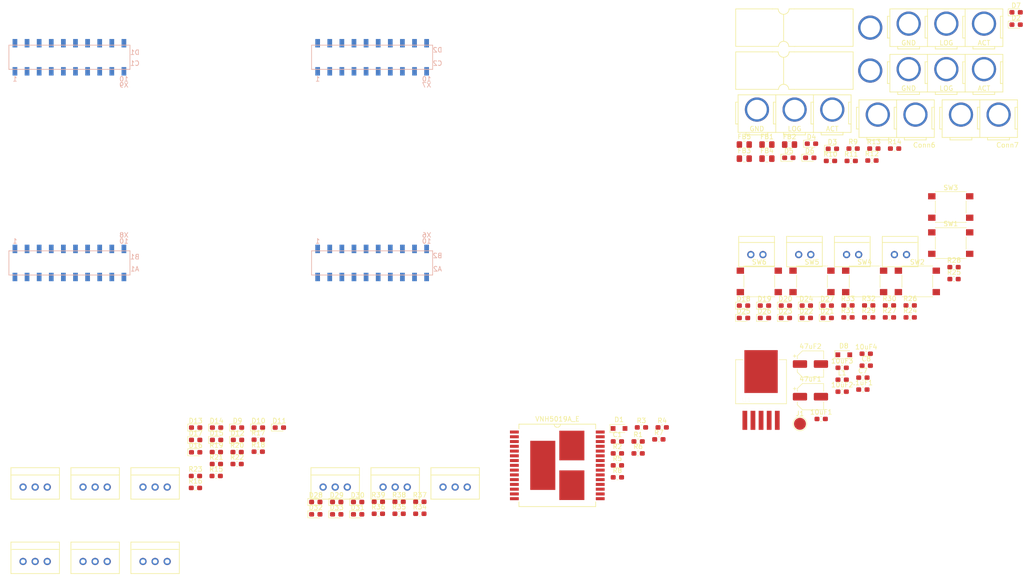
<source format=kicad_pcb>
(kicad_pcb (version 20171130) (host pcbnew "(5.1.6)-1")
  (layers (0 F.Cu signal) (31 B.Cu signal) (34 B.Paste user) (35 F.Paste user) (36 B.SilkS user) (37 F.SilkS user) (38 B.Mask user) (39 F.Mask user) (44 Edge.Cuts user))
  (net 0 "")
  (net 1 GND)
  (net 2 +12VA)
  (net 3 I_SENSE)
  (net 4 /Power/12V)
  (net 5 +3V3)
  (net 6 "Net-(Conn3-Pad3)")
  (net 7 "Net-(Conn4-Pad3)")
  (net 8 "Net-(Conn6-Pad2)")
  (net 9 "Net-(Conn7-Pad2)")
  (net 10 Enc_1_PWM)
  (net 11 Enc_2_PWM)
  (net 12 Enc_3_PWM)
  (net 13 Enc_4_PWM)
  (net 14 Enc_5_PWM)
  (net 15 Enc_6_PWM)
  (net 16 LS_1)
  (net 17 LS_2)
  (net 18 LS_3)
  (net 19 LS_4)
  (net 20 Tx_1_Tiva)
  (net 21 Rx_1_Tiva)
  (net 22 Tx_2_Tiva)
  (net 23 Rx_2_Tiva)
  (net 24 Tx_3_Tiva)
  (net 25 Rx_3_Tiva)
  (net 26 "Net-(D2-Pad2)")
  (net 27 "Net-(D3-Pad2)")
  (net 28 "Net-(D4-Pad2)")
  (net 29 "Net-(D5-Pad2)")
  (net 30 "Net-(D6-Pad2)")
  (net 31 "Net-(D7-Pad2)")
  (net 32 "Net-(D8-Pad1)")
  (net 33 "Net-(D9-Pad2)")
  (net 34 "Net-(D10-Pad2)")
  (net 35 "Net-(D11-Pad2)")
  (net 36 "Net-(D12-Pad2)")
  (net 37 "Net-(D13-Pad2)")
  (net 38 "Net-(D14-Pad2)")
  (net 39 "Net-(D15-Pad2)")
  (net 40 "Net-(D16-Pad2)")
  (net 41 "Net-(D17-Pad2)")
  (net 42 "Net-(D18-Pad2)")
  (net 43 "Net-(D19-Pad2)")
  (net 44 "Net-(D20-Pad2)")
  (net 45 "Net-(D21-Pad2)")
  (net 46 "Net-(D22-Pad2)")
  (net 47 "Net-(D23-Pad2)")
  (net 48 "Net-(D24-Pad2)")
  (net 49 "Net-(D25-Pad2)")
  (net 50 "Net-(D26-Pad2)")
  (net 51 "Net-(D27-Pad2)")
  (net 52 "Net-(D28-Pad2)")
  (net 53 "Net-(D29-Pad2)")
  (net 54 "Net-(D30-Pad2)")
  (net 55 "Net-(D31-Pad2)")
  (net 56 "Net-(D32-Pad2)")
  (net 57 "Net-(D33-Pad2)")
  (net 58 "Net-(Conn2-Pad3)")
  (net 59 /H-Bridge/Gripper1)
  (net 60 /H-Bridge/Gripper2)
  (net 61 "Net-(Gripper_Motor1-Pad29)")
  (net 62 "Net-(Gripper_Motor1-Pad24)")
  (net 63 "Net-(Gripper_Motor1-Pad22)")
  (net 64 "Net-(Gripper_Motor1-Pad17)")
  (net 65 "Net-(Gripper_Motor1-Pad14)")
  (net 66 "Net-(Gripper_Motor1-Pad11)")
  (net 67 "Net-(Gripper_Motor1-Pad10)")
  (net 68 "Net-(Gripper_Motor1-Pad9)")
  (net 69 "Net-(Gripper_Motor1-Pad8)")
  (net 70 "Net-(Gripper_Motor1-Pad7)")
  (net 71 "Net-(Gripper_Motor1-Pad6)")
  (net 72 "Net-(Gripper_Motor1-Pad5)")
  (net 73 "Net-(Gripper_Motor1-Pad4)")
  (net 74 "Net-(Gripper_Motor1-Pad2)")
  (net 75 IN_A)
  (net 76 M_PWM)
  (net 77 IN_B)
  (net 78 Software_1)
  (net 79 Software_2)
  (net 80 Software_3)
  (net 81 Motor_1)
  (net 82 Motor_2)
  (net 83 Motor_3)
  (net 84 Motor_4)
  (net 85 Motor_5)
  (net 86 Motor_6)
  (net 87 "Net-(U2-PadPP2)")
  (net 88 "Net-(U2-PadPN3)")
  (net 89 "Net-(U2-PadRese)")
  (net 90 "Net-(U2-PadPH3)")
  (net 91 "Net-(U2-PadPH2)")
  (net 92 "Net-(U2-PadPM3)")
  (net 93 "Net-(U2-PadPL3)")
  (net 94 "Net-(U2-PadPL2)")
  (net 95 "Net-(U2-PadPL1)")
  (net 96 "Net-(U2-PadPL0)")
  (net 97 "Net-(U2-PadPG0)")
  (net 98 "Net-(U2-PadPF3)")
  (net 99 "Net-(U2-PadPF2)")
  (net 100 "Net-(U2-PadPF1)")
  (net 101 "Net-(U2-PadPC7)")
  (net 102 "Net-(U2-PadPE5)")
  (net 103 "Net-(U2-PadPC6)")
  (net 104 "Net-(U2-PadPE4)")
  (net 105 "Net-(U2-PadPE3)")
  (net 106 "Net-(U2-PadPE2)")
  (net 107 "Net-(U2-PadPE1)")
  (net 108 "Net-(U2-PadPE0)")
  (net 109 "Net-(U2-Pad+5V)")
  (net 110 "Net-(U2-PadPP5)")
  (net 111 "Net-(U2-PadPM7)")
  (net 112 "Net-(U2-PadPK7)")
  (net 113 "Net-(U2-PadPK6)")
  (net 114 "Net-(U2-PadPH1)")
  (net 115 "Net-(U2-PadPH0)")
  (net 116 "Net-(U2-PadPK5)")
  (net 117 "Net-(U2-PadPK4)")
  (net 118 "Net-(U2-PadPG1)")
  (net 119 "Net-(U2-PadPD5)")
  (net 120 "Net-(U2-PadPD4)")
  (net 121 "Net-(U2-PadPD2)")
  (net 122 "Net-(U2-PadPK3)")
  (net 123 "Net-(U2-PadPB5)")
  (net 124 "Net-(U2-PadPB4)")
  (net 125 "Net-(U2-Pad+5V')")
  (net 126 "Net-(U2-PadPK2)")
  (net 127 "Net-(U2-PadPA7)")
  (net 128 "Net-(U2-PadRese')")
  (net 129 "Net-(U2-PadPQ0)")
  (net 130 "Net-(U2-PadPQ3)")
  (net 131 "Net-(U2-PadPQ2)")
  (module MRDT_Connectors:MOLEX_SL_03_Vertical (layer F.Cu) (at -156.415 143.658)
    (fp_text reference Conn20 hide)
    (fp_text value Molex_SL_03)
    (pad 3 thru_hole circle (at 5.08 0) (size 1.524 1.524) (drill 0.9) (layers *.Cu *.Mask) (net 24 Tx_3_Tiva))
    (pad 2 thru_hole circle (at 2.54 0) (size 1.524 1.524) (drill 0.9) (layers *.Cu *.Mask) (net 1 GND))
    (pad 1 thru_hole circle (at 0 0) (size 1.524 1.524) (drill 0.9) (layers *.Cu *.Mask) (net 25 Rx_3_Tiva))
  )
  (module MRDT_Connectors:MOLEX_SL_03_Vertical (layer F.Cu) (at -143.835 143.658)
    (fp_text reference Conn19 hide)
    (fp_text value Molex_SL_03)
    (pad 3 thru_hole circle (at 5.08 0) (size 1.524 1.524) (drill 0.9) (layers *.Cu *.Mask) (net 22 Tx_2_Tiva))
    (pad 2 thru_hole circle (at 2.54 0) (size 1.524 1.524) (drill 0.9) (layers *.Cu *.Mask) (net 1 GND))
    (pad 1 thru_hole circle (at 0 0) (size 1.524 1.524) (drill 0.9) (layers *.Cu *.Mask) (net 23 Rx_2_Tiva))
  )
  (module MRDT_Connectors:MOLEX_SL_03_Vertical (layer F.Cu) (at -131.255 143.658)
    (fp_text reference Conn18 hide)
    (fp_text value Molex_SL_03)
    (pad 3 thru_hole circle (at 5.08 0) (size 1.524 1.524) (drill 0.9) (layers *.Cu *.Mask) (net 20 Tx_1_Tiva))
    (pad 2 thru_hole circle (at 2.54 0) (size 1.524 1.524) (drill 0.9) (layers *.Cu *.Mask) (net 1 GND))
    (pad 1 thru_hole circle (at 0 0) (size 1.524 1.524) (drill 0.9) (layers *.Cu *.Mask) (net 21 Rx_1_Tiva))
  )
  (module MRDT_Connectors:MOLEX_SL_02_Vertical (layer F.Cu) (at -36.565 94.848)
    (fp_text reference Conn17 hide)
    (fp_text value Molex_SL_02)
    (pad 2 thru_hole circle (at 2.54 0) (size 1.524 1.524) (drill 0.9) (layers *.Cu *.Mask) (net 19 LS_4))
    (pad 1 thru_hole circle (at 0 0) (size 1.524 1.524) (drill 0.9) (layers *.Cu *.Mask) (net 5 +3V3))
  )
  (module MRDT_Connectors:MOLEX_SL_02_Vertical (layer F.Cu) (at -46.605 94.848)
    (fp_text reference Conn16 hide)
    (fp_text value Molex_SL_02)
    (pad 2 thru_hole circle (at 2.54 0) (size 1.524 1.524) (drill 0.9) (layers *.Cu *.Mask) (net 18 LS_3))
    (pad 1 thru_hole circle (at 0 0) (size 1.524 1.524) (drill 0.9) (layers *.Cu *.Mask) (net 5 +3V3))
  )
  (module MRDT_Connectors:MOLEX_SL_02_Vertical (layer F.Cu) (at -56.645 94.848)
    (fp_text reference Conn15 hide)
    (fp_text value Molex_SL_02)
    (pad 2 thru_hole circle (at 2.54 0) (size 1.524 1.524) (drill 0.9) (layers *.Cu *.Mask) (net 17 LS_2))
    (pad 1 thru_hole circle (at 0 0) (size 1.524 1.524) (drill 0.9) (layers *.Cu *.Mask) (net 5 +3V3))
  )
  (module MRDT_Connectors:MOLEX_SL_02_Vertical (layer F.Cu) (at -66.685 94.848)
    (fp_text reference Conn14 hide)
    (fp_text value Molex_SL_02)
    (pad 2 thru_hole circle (at 2.54 0) (size 1.524 1.524) (drill 0.9) (layers *.Cu *.Mask) (net 16 LS_1))
    (pad 1 thru_hole circle (at 0 0) (size 1.524 1.524) (drill 0.9) (layers *.Cu *.Mask) (net 5 +3V3))
  )
  (module MRDT_Connectors:MOLEX_SL_03_Vertical (layer F.Cu) (at -219.355 159.278)
    (fp_text reference Conn13 hide)
    (fp_text value Molex_SL_03)
    (pad 3 thru_hole circle (at 5.08 0) (size 1.524 1.524) (drill 0.9) (layers *.Cu *.Mask) (net 15 Enc_6_PWM))
    (pad 2 thru_hole circle (at 2.54 0) (size 1.524 1.524) (drill 0.9) (layers *.Cu *.Mask) (net 1 GND))
    (pad 1 thru_hole circle (at 0 0) (size 1.524 1.524) (drill 0.9) (layers *.Cu *.Mask) (net 5 +3V3))
  )
  (module MRDT_Connectors:MOLEX_SL_03_Vertical (layer F.Cu) (at -206.775 143.658)
    (fp_text reference Conn12 hide)
    (fp_text value Molex_SL_03)
    (pad 3 thru_hole circle (at 5.08 0) (size 1.524 1.524) (drill 0.9) (layers *.Cu *.Mask) (net 14 Enc_5_PWM))
    (pad 2 thru_hole circle (at 2.54 0) (size 1.524 1.524) (drill 0.9) (layers *.Cu *.Mask) (net 1 GND))
    (pad 1 thru_hole circle (at 0 0) (size 1.524 1.524) (drill 0.9) (layers *.Cu *.Mask) (net 5 +3V3))
  )
  (module MRDT_Connectors:MOLEX_SL_03_Vertical (layer F.Cu) (at -194.195 159.278)
    (fp_text reference Conn11 hide)
    (fp_text value Molex_SL_03)
    (pad 3 thru_hole circle (at 5.08 0) (size 1.524 1.524) (drill 0.9) (layers *.Cu *.Mask) (net 13 Enc_4_PWM))
    (pad 2 thru_hole circle (at 2.54 0) (size 1.524 1.524) (drill 0.9) (layers *.Cu *.Mask) (net 1 GND))
    (pad 1 thru_hole circle (at 0 0) (size 1.524 1.524) (drill 0.9) (layers *.Cu *.Mask) (net 5 +3V3))
  )
  (module MRDT_Connectors:MOLEX_SL_03_Vertical (layer F.Cu) (at -194.195 143.658)
    (fp_text reference Conn10 hide)
    (fp_text value Molex_SL_03)
    (pad 3 thru_hole circle (at 5.08 0) (size 1.524 1.524) (drill 0.9) (layers *.Cu *.Mask) (net 12 Enc_3_PWM))
    (pad 2 thru_hole circle (at 2.54 0) (size 1.524 1.524) (drill 0.9) (layers *.Cu *.Mask) (net 1 GND))
    (pad 1 thru_hole circle (at 0 0) (size 1.524 1.524) (drill 0.9) (layers *.Cu *.Mask) (net 5 +3V3))
  )
  (module MRDT_Connectors:MOLEX_SL_03_Vertical (layer F.Cu) (at -206.775 159.278)
    (fp_text reference Conn9 hide)
    (fp_text value Molex_SL_03)
    (pad 3 thru_hole circle (at 5.08 0) (size 1.524 1.524) (drill 0.9) (layers *.Cu *.Mask) (net 11 Enc_2_PWM))
    (pad 2 thru_hole circle (at 2.54 0) (size 1.524 1.524) (drill 0.9) (layers *.Cu *.Mask) (net 1 GND))
    (pad 1 thru_hole circle (at 0 0) (size 1.524 1.524) (drill 0.9) (layers *.Cu *.Mask) (net 5 +3V3))
  )
  (module MRDT_Connectors:MOLEX_SL_03_Vertical (layer F.Cu) (at -219.355 143.658)
    (fp_text reference Conn8 hide)
    (fp_text value Molex_SL_03)
    (pad 3 thru_hole circle (at 5.08 0) (size 1.524 1.524) (drill 0.9) (layers *.Cu *.Mask) (net 10 Enc_1_PWM))
    (pad 2 thru_hole circle (at 2.54 0) (size 1.524 1.524) (drill 0.9) (layers *.Cu *.Mask) (net 1 GND))
    (pad 1 thru_hole circle (at 0 0) (size 1.524 1.524) (drill 0.9) (layers *.Cu *.Mask) (net 5 +3V3))
  )
  (module MRDT_Shields:TM4C129E_Launchpad_FULL_SMD_BOTTOM (layer F.Cu) (at -222.326 99.14)
    (fp_text reference U2 hide)
    (fp_text value TM4C129E_Launchpad hide)
    (fp_text user 1 (at 1.27 -7.112 180) (layer B.SilkS) (effects (justify mirror)))
    (fp_text user 1 (at 1.27 -41.148 180) (layer B.SilkS) (effects (justify mirror)))
    (fp_text user 1 (at 64.77 -41.148 180) (layer B.SilkS) (effects (justify mirror)))
    (fp_text user A2 (at 89.916 -1.27 180) (layer B.SilkS) (effects (justify mirror)))
    (fp_text user B2 (at 89.916 -4.064 180) (layer B.SilkS) (effects (justify mirror)))
    (fp_text user A1 (at 26.416 -1.27 180) (layer B.SilkS) (effects (justify mirror)))
    (fp_text user B1 (at 26.416 -3.81 180) (layer B.SilkS) (effects (justify mirror)))
    (fp_text user D2 (at 89.916 -47.244) (layer B.SilkS) (effects (justify mirror)))
    (fp_text user C2 (at 89.916 -44.45 180) (layer B.SilkS) (effects (justify mirror)))
    (fp_text user D1 (at 26.416 -46.736 180) (layer B.SilkS) (effects (justify mirror)))
    (fp_text user C1 (at 26.416 -44.45 180) (layer B.SilkS) (effects (justify mirror)))
    (fp_text user X6 (at 87.63 -8.382) (layer B.SilkS) (effects (justify mirror)))
    (fp_text user X7 (at 87.63 -39.878 180) (layer B.SilkS) (effects (justify mirror)))
    (fp_text user X8 (at 24.13 -8.382 180) (layer B.SilkS) (effects (justify mirror)))
    (fp_text user X9 (at 24.13 -39.878 180) (layer B.SilkS) (effects (justify mirror)))
    (fp_text user 1 (at 64.77 -7.112 180) (layer B.SilkS) (effects (justify mirror)))
    (fp_text user 10 (at 87.63 -7.112 180) (layer B.SilkS) (effects (justify mirror)))
    (fp_text user 10 (at 87.63 -41.148 180) (layer B.SilkS) (effects (justify mirror)))
    (fp_text user 10 (at 24.13 -7.112 180) (layer B.SilkS) (effects (justify mirror)))
    (fp_text user 10 (at 24.13 -41.148 180) (layer B.SilkS) (effects (justify mirror)))
    (pad PP2 smd rect (at 24.13 -48.6664 180) (size 0.9906 1.778) (layers B.Cu B.Paste B.Mask) (net 87 "Net-(U2-PadPP2)"))
    (pad PN3 smd rect (at 21.59 -48.6664 180) (size 0.9906 1.778) (layers B.Cu B.Paste B.Mask) (net 88 "Net-(U2-PadPN3)"))
    (pad PN2 smd rect (at 19.05 -48.6664 180) (size 0.9906 1.778) (layers B.Cu B.Paste B.Mask) (net 86 Motor_6))
    (pad PD0 smd rect (at 16.51 -48.6664 180) (size 0.9906 1.778) (layers B.Cu B.Paste B.Mask) (net 85 Motor_5))
    (pad PD1 smd rect (at 13.97 -48.6664 180) (size 0.9906 1.778) (layers B.Cu B.Paste B.Mask) (net 3 I_SENSE))
    (pad Rese smd rect (at 11.43 -48.6664 180) (size 0.9906 1.778) (layers B.Cu B.Paste B.Mask) (net 89 "Net-(U2-PadRese)"))
    (pad PH3 smd rect (at 8.89 -48.6664 180) (size 0.9906 1.778) (layers B.Cu B.Paste B.Mask) (net 90 "Net-(U2-PadPH3)"))
    (pad PH2 smd rect (at 6.35 -48.6664 180) (size 0.9906 1.778) (layers B.Cu B.Paste B.Mask) (net 91 "Net-(U2-PadPH2)"))
    (pad PM3 smd rect (at 3.81 -48.6664 180) (size 0.9906 1.778) (layers B.Cu B.Paste B.Mask) (net 92 "Net-(U2-PadPM3)"))
    (pad GND smd rect (at 1.27 -48.6664 180) (size 0.9906 1.778) (layers B.Cu B.Paste B.Mask) (net 1 GND))
    (pad PL3 smd rect (at 24.13 -42.7736 180) (size 0.9906 1.778) (layers B.Cu B.Paste B.Mask) (net 93 "Net-(U2-PadPL3)"))
    (pad PL2 smd rect (at 21.59 -42.7736 180) (size 0.9906 1.778) (layers B.Cu B.Paste B.Mask) (net 94 "Net-(U2-PadPL2)"))
    (pad PL1 smd rect (at 19.05 -42.7736 180) (size 0.9906 1.778) (layers B.Cu B.Paste B.Mask) (net 95 "Net-(U2-PadPL1)"))
    (pad PL0 smd rect (at 16.51 -42.7736 180) (size 0.9906 1.778) (layers B.Cu B.Paste B.Mask) (net 96 "Net-(U2-PadPL0)"))
    (pad PL5 smd rect (at 13.97 -42.7736 180) (size 0.9906 1.778) (layers B.Cu B.Paste B.Mask) (net 11 Enc_2_PWM))
    (pad PL4 smd rect (at 11.43 -42.7736 180) (size 0.9906 1.778) (layers B.Cu B.Paste B.Mask) (net 10 Enc_1_PWM))
    (pad PG0 smd rect (at 8.89 -42.7736 180) (size 0.9906 1.778) (layers B.Cu B.Paste B.Mask) (net 97 "Net-(U2-PadPG0)"))
    (pad PF3 smd rect (at 6.35 -42.7736 180) (size 0.9906 1.778) (layers B.Cu B.Paste B.Mask) (net 98 "Net-(U2-PadPF3)"))
    (pad PF2 smd rect (at 3.81 -42.7736 180) (size 0.9906 1.778) (layers B.Cu B.Paste B.Mask) (net 99 "Net-(U2-PadPF2)"))
    (pad PF1 smd rect (at 1.27 -42.7736 180) (size 0.9906 1.778) (layers B.Cu B.Paste B.Mask) (net 100 "Net-(U2-PadPF1)"))
    (pad PB3 smd rect (at 24.13 0.4064 180) (size 0.9906 1.778) (layers B.Cu B.Paste B.Mask) (net 19 LS_4))
    (pad PB2 smd rect (at 21.59 0.4064 180) (size 0.9906 1.778) (layers B.Cu B.Paste B.Mask) (net 18 LS_3))
    (pad PC7 smd rect (at 19.05 0.4064 180) (size 0.9906 1.778) (layers B.Cu B.Paste B.Mask) (net 101 "Net-(U2-PadPC7)"))
    (pad PD3 smd rect (at 16.51 0.4064 180) (size 0.9906 1.778) (layers B.Cu B.Paste B.Mask) (net 15 Enc_6_PWM))
    (pad PE5 smd rect (at 13.97 0.4064 180) (size 0.9906 1.778) (layers B.Cu B.Paste B.Mask) (net 102 "Net-(U2-PadPE5)"))
    (pad PC6 smd rect (at 11.43 0.4064 180) (size 0.9906 1.778) (layers B.Cu B.Paste B.Mask) (net 103 "Net-(U2-PadPC6)"))
    (pad PC5 smd rect (at 8.89 0.4064 180) (size 0.9906 1.778) (layers B.Cu B.Paste B.Mask) (net 20 Tx_1_Tiva))
    (pad PC4 smd rect (at 6.35 0.4064 180) (size 0.9906 1.778) (layers B.Cu B.Paste B.Mask) (net 21 Rx_1_Tiva))
    (pad PE4 smd rect (at 3.81 0.4064 180) (size 0.9906 1.778) (layers B.Cu B.Paste B.Mask) (net 104 "Net-(U2-PadPE4)"))
    (pad +3V3 smd rect (at 1.27 0.4064 180) (size 0.9906 1.778) (layers B.Cu B.Paste B.Mask) (net 5 +3V3))
    (pad PM5 smd rect (at 24.13 -5.4864 180) (size 0.9906 1.778) (layers B.Cu B.Paste B.Mask) (net 84 Motor_4))
    (pad PM4 smd rect (at 21.59 -5.4864 180) (size 0.9906 1.778) (layers B.Cu B.Paste B.Mask) (net 83 Motor_3))
    (pad PA6 smd rect (at 19.05 -5.4864 180) (size 0.9906 1.778) (layers B.Cu B.Paste B.Mask) (net 82 Motor_2))
    (pad PD7 smd rect (at 16.51 -5.4864 180) (size 0.9906 1.778) (layers B.Cu B.Paste B.Mask) (net 81 Motor_1))
    (pad PE3 smd rect (at 13.97 -5.4864 180) (size 0.9906 1.778) (layers B.Cu B.Paste B.Mask) (net 105 "Net-(U2-PadPE3)"))
    (pad PE2 smd rect (at 11.43 -5.4864 180) (size 0.9906 1.778) (layers B.Cu B.Paste B.Mask) (net 106 "Net-(U2-PadPE2)"))
    (pad PE1 smd rect (at 8.89 -5.4864 180) (size 0.9906 1.778) (layers B.Cu B.Paste B.Mask) (net 107 "Net-(U2-PadPE1)"))
    (pad PE0 smd rect (at 6.35 -5.4864 180) (size 0.9906 1.778) (layers B.Cu B.Paste B.Mask) (net 108 "Net-(U2-PadPE0)"))
    (pad GND smd rect (at 3.81 -5.4864 180) (size 0.9906 1.778) (layers B.Cu B.Paste B.Mask) (net 1 GND))
    (pad +5V smd rect (at 1.27 -5.4864 180) (size 0.9906 1.778) (layers B.Cu B.Paste B.Mask) (net 109 "Net-(U2-Pad+5V)"))
    (pad PP5 smd rect (at 69.85 -48.6664 180) (size 0.9906 1.778) (layers B.Cu B.Paste B.Mask) (net 110 "Net-(U2-PadPP5)"))
    (pad PM7 smd rect (at 67.31 -48.6664 180) (size 0.9906 1.778) (layers B.Cu B.Paste B.Mask) (net 111 "Net-(U2-PadPM7)"))
    (pad GND smd rect (at 64.77 -48.6664 180) (size 0.9906 1.778) (layers B.Cu B.Paste B.Mask) (net 1 GND))
    (pad PK7 smd rect (at 87.63 -42.7736 180) (size 0.9906 1.778) (layers B.Cu B.Paste B.Mask) (net 112 "Net-(U2-PadPK7)"))
    (pad PK6 smd rect (at 85.09 -42.7736 180) (size 0.9906 1.778) (layers B.Cu B.Paste B.Mask) (net 113 "Net-(U2-PadPK6)"))
    (pad PH1 smd rect (at 82.55 -42.7736 180) (size 0.9906 1.778) (layers B.Cu B.Paste B.Mask) (net 114 "Net-(U2-PadPH1)"))
    (pad PH0 smd rect (at 80.01 -42.7736 180) (size 0.9906 1.778) (layers B.Cu B.Paste B.Mask) (net 115 "Net-(U2-PadPH0)"))
    (pad PM2 smd rect (at 77.47 -42.7736 180) (size 0.9906 1.778) (layers B.Cu B.Paste B.Mask) (net 14 Enc_5_PWM))
    (pad PM1 smd rect (at 74.93 -42.7736 180) (size 0.9906 1.778) (layers B.Cu B.Paste B.Mask) (net 13 Enc_4_PWM))
    (pad PM0 smd rect (at 72.39 -42.7736 180) (size 0.9906 1.778) (layers B.Cu B.Paste B.Mask) (net 12 Enc_3_PWM))
    (pad PK5 smd rect (at 69.85 -42.7736 180) (size 0.9906 1.778) (layers B.Cu B.Paste B.Mask) (net 116 "Net-(U2-PadPK5)"))
    (pad PK4 smd rect (at 67.31 -42.7736 180) (size 0.9906 1.778) (layers B.Cu B.Paste B.Mask) (net 117 "Net-(U2-PadPK4)"))
    (pad PG1 smd rect (at 64.77 -42.7736 180) (size 0.9906 1.778) (layers B.Cu B.Paste B.Mask) (net 118 "Net-(U2-PadPG1)"))
    (pad PN4 smd rect (at 87.63 0.4064 180) (size 0.9906 1.778) (layers B.Cu B.Paste B.Mask) (net 80 Software_3))
    (pad PP4 smd rect (at 82.55 0.4064 180) (size 0.9906 1.778) (layers B.Cu B.Paste B.Mask) (net 78 Software_1))
    (pad PD5 smd rect (at 77.47 0.4064 180) (size 0.9906 1.778) (layers B.Cu B.Paste B.Mask) (net 119 "Net-(U2-PadPD5)"))
    (pad PD4 smd rect (at 74.93 0.4064 180) (size 0.9906 1.778) (layers B.Cu B.Paste B.Mask) (net 120 "Net-(U2-PadPD4)"))
    (pad PP1 smd rect (at 72.39 0.4064 180) (size 0.9906 1.778) (layers B.Cu B.Paste B.Mask) (net 24 Tx_3_Tiva))
    (pad PP0 smd rect (at 69.85 0.4064 180) (size 0.9906 1.778) (layers B.Cu B.Paste B.Mask) (net 25 Rx_3_Tiva))
    (pad PD2 smd rect (at 67.31 0.4064 180) (size 0.9906 1.778) (layers B.Cu B.Paste B.Mask) (net 121 "Net-(U2-PadPD2)"))
    (pad PA5 smd rect (at 87.63 -5.4864 180) (size 0.9906 1.778) (layers B.Cu B.Paste B.Mask) (net 17 LS_2))
    (pad PK3 smd rect (at 82.55 -5.4864 180) (size 0.9906 1.778) (layers B.Cu B.Paste B.Mask) (net 122 "Net-(U2-PadPK3)"))
    (pad PB5 smd rect (at 72.39 -5.4864 180) (size 0.9906 1.778) (layers B.Cu B.Paste B.Mask) (net 123 "Net-(U2-PadPB5)"))
    (pad PB4 smd rect (at 69.85 -5.4864 180) (size 0.9906 1.778) (layers B.Cu B.Paste B.Mask) (net 124 "Net-(U2-PadPB4)"))
    (pad GND smd rect (at 67.31 -5.4864 180) (size 0.9906 1.778) (layers B.Cu B.Paste B.Mask) (net 1 GND))
    (pad +5V' smd rect (at 64.77 -5.4864 180) (size 0.9906 1.778) (layers B.Cu B.Paste B.Mask) (net 125 "Net-(U2-Pad+5V')"))
    (pad PK1 smd rect (at 77.47 -5.4864 180) (size 0.9906 1.778) (layers B.Cu B.Paste B.Mask) (net 22 Tx_2_Tiva))
    (pad PK2 smd rect (at 80.01 -5.4864 180) (size 0.9906 1.778) (layers B.Cu B.Paste B.Mask) (net 126 "Net-(U2-PadPK2)"))
    (pad PN5 smd rect (at 85.09 0.4064 180) (size 0.9906 1.778) (layers B.Cu B.Paste B.Mask) (net 79 Software_2))
    (pad PA7 smd rect (at 72.39 -48.6664 180) (size 0.9906 1.778) (layers B.Cu B.Paste B.Mask) (net 127 "Net-(U2-PadPA7)"))
    (pad Rese' smd rect (at 74.93 -48.6664 180) (size 0.9906 1.778) (layers B.Cu B.Paste B.Mask) (net 128 "Net-(U2-PadRese')"))
    (pad PA4 smd rect (at 85.09 -5.4864 180) (size 0.9906 1.778) (layers B.Cu B.Paste B.Mask) (net 16 LS_1))
    (pad PQ0 smd rect (at 80.01 0.4064 180) (size 0.9906 1.778) (layers B.Cu B.Paste B.Mask) (net 129 "Net-(U2-PadPQ0)"))
    (pad PP3 smd rect (at 82.55 -48.6664 180) (size 0.9906 1.778) (layers B.Cu B.Paste B.Mask) (net 75 IN_A))
    (pad PQ3 smd rect (at 80.01 -48.6664 180) (size 0.9906 1.778) (layers B.Cu B.Paste B.Mask) (net 130 "Net-(U2-PadPQ3)"))
    (pad PK0 smd rect (at 74.93 -5.4864 180) (size 0.9906 1.778) (layers B.Cu B.Paste B.Mask) (net 23 Rx_2_Tiva))
    (pad PQ2 smd rect (at 77.47 -48.6664 180) (size 0.9906 1.778) (layers B.Cu B.Paste B.Mask) (net 131 "Net-(U2-PadPQ2)"))
    (pad PQ1 smd rect (at 85.09 -48.6664 180) (size 0.9906 1.778) (layers B.Cu B.Paste B.Mask) (net 77 IN_B))
    (pad PM6 smd rect (at 87.63 -48.6664 180) (size 0.9906 1.778) (layers B.Cu B.Paste B.Mask) (net 76 M_PWM))
    (pad +3V3' smd rect (at 64.77 0.4064 180) (size 0.9906 1.778) (layers B.Cu B.Paste B.Mask) (net 5 +3V3))
  )
  (module MRDT_Devices:LM2576 (layer F.Cu) (at -64.5415 123.314999)
    (fp_text reference U1 (at -3.048 2.032) (layer F.SilkS) (effects (font (size 1.001433 1.001433) (thickness 0.015))))
    (fp_text value LM2576D2TR4)
    (pad 1 smd rect (at -3.4 6.33) (size 1 4) (layers F.Cu F.Paste F.Mask) (net 4 /Power/12V))
    (pad 2 smd rect (at -1.7 6.33) (size 1 4) (layers F.Cu F.Paste F.Mask) (net 32 "Net-(D8-Pad1)"))
    (pad 3 smd rect (at 0 6.33) (size 1 4) (layers F.Cu F.Paste F.Mask) (net 1 GND))
    (pad 4 smd rect (at 1.7 6.33) (size 1 4) (layers F.Cu F.Paste F.Mask) (net 5 +3V3))
    (pad 5 smd rect (at 3.4 6.33) (size 1 4) (layers F.Cu F.Paste F.Mask) (net 1 GND))
    (pad 6 smd rect (at 0 -3.91) (size 7 9) (layers F.Cu F.Paste F.Mask) (net 1 GND))
  )
  (module Button_Switch_SMD:SW_Push_1P1T_NO_6x6mm_H9.5mm (layer F.Cu) (at -64.91 100.475)
    (fp_text reference SW6 (at 0 -4.05) (layer F.SilkS))
    (fp_text value SW_Push)
    (pad 2 smd rect (at 3.975 2.25) (size 1.55 1.3) (layers F.Cu F.Paste F.Mask) (net 86 Motor_6))
    (pad 1 smd rect (at 3.975 -2.25) (size 1.55 1.3) (layers F.Cu F.Paste F.Mask) (net 5 +3V3))
    (pad 1 smd rect (at -3.975 -2.25) (size 1.55 1.3) (layers F.Cu F.Paste F.Mask) (net 5 +3V3))
    (pad 2 smd rect (at -3.975 2.25) (size 1.55 1.3) (layers F.Cu F.Paste F.Mask) (net 86 Motor_6))
  )
  (module Button_Switch_SMD:SW_Push_1P1T_NO_6x6mm_H9.5mm (layer F.Cu) (at -53.86 100.475)
    (fp_text reference SW5 (at 0 -4.05) (layer F.SilkS))
    (fp_text value SW_Push)
    (pad 2 smd rect (at 3.975 2.25) (size 1.55 1.3) (layers F.Cu F.Paste F.Mask) (net 85 Motor_5))
    (pad 1 smd rect (at 3.975 -2.25) (size 1.55 1.3) (layers F.Cu F.Paste F.Mask) (net 5 +3V3))
    (pad 1 smd rect (at -3.975 -2.25) (size 1.55 1.3) (layers F.Cu F.Paste F.Mask) (net 5 +3V3))
    (pad 2 smd rect (at -3.975 2.25) (size 1.55 1.3) (layers F.Cu F.Paste F.Mask) (net 85 Motor_5))
  )
  (module Button_Switch_SMD:SW_Push_1P1T_NO_6x6mm_H9.5mm (layer F.Cu) (at -42.81 100.475)
    (fp_text reference SW4 (at 0 -4.05) (layer F.SilkS))
    (fp_text value SW_Push)
    (pad 2 smd rect (at 3.975 2.25) (size 1.55 1.3) (layers F.Cu F.Paste F.Mask) (net 84 Motor_4))
    (pad 1 smd rect (at 3.975 -2.25) (size 1.55 1.3) (layers F.Cu F.Paste F.Mask) (net 5 +3V3))
    (pad 1 smd rect (at -3.975 -2.25) (size 1.55 1.3) (layers F.Cu F.Paste F.Mask) (net 5 +3V3))
    (pad 2 smd rect (at -3.975 2.25) (size 1.55 1.3) (layers F.Cu F.Paste F.Mask) (net 84 Motor_4))
  )
  (module Button_Switch_SMD:SW_Push_1P1T_NO_6x6mm_H9.5mm (layer F.Cu) (at -24.75 84.855)
    (fp_text reference SW3 (at 0 -4.05) (layer F.SilkS))
    (fp_text value SW_Push)
    (pad 2 smd rect (at 3.975 2.25) (size 1.55 1.3) (layers F.Cu F.Paste F.Mask) (net 83 Motor_3))
    (pad 1 smd rect (at 3.975 -2.25) (size 1.55 1.3) (layers F.Cu F.Paste F.Mask) (net 5 +3V3))
    (pad 1 smd rect (at -3.975 -2.25) (size 1.55 1.3) (layers F.Cu F.Paste F.Mask) (net 5 +3V3))
    (pad 2 smd rect (at -3.975 2.25) (size 1.55 1.3) (layers F.Cu F.Paste F.Mask) (net 83 Motor_3))
  )
  (module Button_Switch_SMD:SW_Push_1P1T_NO_6x6mm_H9.5mm (layer F.Cu) (at -31.76 100.475)
    (fp_text reference SW2 (at 0 -4.05) (layer F.SilkS))
    (fp_text value SW_Push)
    (pad 2 smd rect (at 3.975 2.25) (size 1.55 1.3) (layers F.Cu F.Paste F.Mask) (net 82 Motor_2))
    (pad 1 smd rect (at 3.975 -2.25) (size 1.55 1.3) (layers F.Cu F.Paste F.Mask) (net 5 +3V3))
    (pad 1 smd rect (at -3.975 -2.25) (size 1.55 1.3) (layers F.Cu F.Paste F.Mask) (net 5 +3V3))
    (pad 2 smd rect (at -3.975 2.25) (size 1.55 1.3) (layers F.Cu F.Paste F.Mask) (net 82 Motor_2))
  )
  (module Button_Switch_SMD:SW_Push_1P1T_NO_6x6mm_H9.5mm (layer F.Cu) (at -24.75 92.435)
    (fp_text reference SW1 (at 0 -4.05) (layer F.SilkS))
    (fp_text value SW_Push)
    (pad 2 smd rect (at 3.975 2.25) (size 1.55 1.3) (layers F.Cu F.Paste F.Mask) (net 81 Motor_1))
    (pad 1 smd rect (at 3.975 -2.25) (size 1.55 1.3) (layers F.Cu F.Paste F.Mask) (net 5 +3V3))
    (pad 1 smd rect (at -3.975 -2.25) (size 1.55 1.3) (layers F.Cu F.Paste F.Mask) (net 5 +3V3))
    (pad 2 smd rect (at -3.975 2.25) (size 1.55 1.3) (layers F.Cu F.Paste F.Mask) (net 81 Motor_1))
  )
  (module Resistor_SMD:R_0603_1608Metric_Pad1.05x0.95mm_HandSolder (layer F.Cu) (at -144.82 146.75)
    (fp_text reference R39 (at 0 -1.43) (layer F.SilkS))
    (fp_text value 330)
    (pad 2 smd roundrect (at 0.875 0) (size 1.05 0.95) (layers F.Cu F.Paste F.Mask) (net 57 "Net-(D33-Pad2)"))
    (pad 1 smd roundrect (at -0.875 0) (size 1.05 0.95) (layers F.Cu F.Paste F.Mask) (net 24 Tx_3_Tiva))
  )
  (module Resistor_SMD:R_0603_1608Metric_Pad1.05x0.95mm_HandSolder (layer F.Cu) (at -140.47 146.75)
    (fp_text reference R38 (at 0 -1.43) (layer F.SilkS))
    (fp_text value 330)
    (pad 2 smd roundrect (at 0.875 0) (size 1.05 0.95) (layers F.Cu F.Paste F.Mask) (net 25 Rx_3_Tiva))
    (pad 1 smd roundrect (at -0.875 0) (size 1.05 0.95) (layers F.Cu F.Paste F.Mask) (net 56 "Net-(D32-Pad2)"))
  )
  (module Resistor_SMD:R_0603_1608Metric_Pad1.05x0.95mm_HandSolder (layer F.Cu) (at -136.12 146.75)
    (fp_text reference R37 (at 0 -1.43) (layer F.SilkS))
    (fp_text value 330)
    (pad 2 smd roundrect (at 0.875 0) (size 1.05 0.95) (layers F.Cu F.Paste F.Mask) (net 55 "Net-(D31-Pad2)"))
    (pad 1 smd roundrect (at -0.875 0) (size 1.05 0.95) (layers F.Cu F.Paste F.Mask) (net 22 Tx_2_Tiva))
  )
  (module Resistor_SMD:R_0603_1608Metric_Pad1.05x0.95mm_HandSolder (layer F.Cu) (at -144.82 149.26)
    (fp_text reference R36 (at 0 -1.43) (layer F.SilkS))
    (fp_text value 330)
    (pad 2 smd roundrect (at 0.875 0) (size 1.05 0.95) (layers F.Cu F.Paste F.Mask) (net 23 Rx_2_Tiva))
    (pad 1 smd roundrect (at -0.875 0) (size 1.05 0.95) (layers F.Cu F.Paste F.Mask) (net 54 "Net-(D30-Pad2)"))
  )
  (module Resistor_SMD:R_0603_1608Metric_Pad1.05x0.95mm_HandSolder (layer F.Cu) (at -140.47 149.26)
    (fp_text reference R35 (at 0 -1.43) (layer F.SilkS))
    (fp_text value 330)
    (pad 2 smd roundrect (at 0.875 0) (size 1.05 0.95) (layers F.Cu F.Paste F.Mask) (net 53 "Net-(D29-Pad2)"))
    (pad 1 smd roundrect (at -0.875 0) (size 1.05 0.95) (layers F.Cu F.Paste F.Mask) (net 20 Tx_1_Tiva))
  )
  (module Resistor_SMD:R_0603_1608Metric_Pad1.05x0.95mm_HandSolder (layer F.Cu) (at -136.12 149.26)
    (fp_text reference R34 (at 0 -1.43) (layer F.SilkS))
    (fp_text value 330)
    (pad 2 smd roundrect (at 0.875 0) (size 1.05 0.95) (layers F.Cu F.Paste F.Mask) (net 21 Rx_1_Tiva))
    (pad 1 smd roundrect (at -0.875 0) (size 1.05 0.95) (layers F.Cu F.Paste F.Mask) (net 52 "Net-(D28-Pad2)"))
  )
  (module Resistor_SMD:R_0603_1608Metric_Pad1.05x0.95mm_HandSolder (layer F.Cu) (at -46.31 105.52)
    (fp_text reference R33 (at 0 -1.43) (layer F.SilkS))
    (fp_text value 330)
    (pad 2 smd roundrect (at 0.875 0) (size 1.05 0.95) (layers F.Cu F.Paste F.Mask) (net 51 "Net-(D27-Pad2)"))
    (pad 1 smd roundrect (at -0.875 0) (size 1.05 0.95) (layers F.Cu F.Paste F.Mask) (net 19 LS_4))
  )
  (module Resistor_SMD:R_0603_1608Metric_Pad1.05x0.95mm_HandSolder (layer F.Cu) (at -41.96 105.52)
    (fp_text reference R32 (at 0 -1.43) (layer F.SilkS))
    (fp_text value 330)
    (pad 2 smd roundrect (at 0.875 0) (size 1.05 0.95) (layers F.Cu F.Paste F.Mask) (net 50 "Net-(D26-Pad2)"))
    (pad 1 smd roundrect (at -0.875 0) (size 1.05 0.95) (layers F.Cu F.Paste F.Mask) (net 18 LS_3))
  )
  (module Resistor_SMD:R_0603_1608Metric_Pad1.05x0.95mm_HandSolder (layer F.Cu) (at -46.31 108.03)
    (fp_text reference R31 (at 0 -1.43) (layer F.SilkS))
    (fp_text value 330)
    (pad 2 smd roundrect (at 0.875 0) (size 1.05 0.95) (layers F.Cu F.Paste F.Mask) (net 49 "Net-(D25-Pad2)"))
    (pad 1 smd roundrect (at -0.875 0) (size 1.05 0.95) (layers F.Cu F.Paste F.Mask) (net 17 LS_2))
  )
  (module Resistor_SMD:R_0603_1608Metric_Pad1.05x0.95mm_HandSolder (layer F.Cu) (at -37.61 105.52)
    (fp_text reference R30 (at 0 -1.43) (layer F.SilkS))
    (fp_text value 330)
    (pad 2 smd roundrect (at 0.875 0) (size 1.05 0.95) (layers F.Cu F.Paste F.Mask) (net 48 "Net-(D24-Pad2)"))
    (pad 1 smd roundrect (at -0.875 0) (size 1.05 0.95) (layers F.Cu F.Paste F.Mask) (net 16 LS_1))
  )
  (module Resistor_SMD:R_0603_1608Metric_Pad1.05x0.95mm_HandSolder (layer F.Cu) (at -41.96 108.03)
    (fp_text reference R29 (at 0 -1.43) (layer F.SilkS))
    (fp_text value 330)
    (pad 2 smd roundrect (at 0.875 0) (size 1.05 0.95) (layers F.Cu F.Paste F.Mask) (net 86 Motor_6))
    (pad 1 smd roundrect (at -0.875 0) (size 1.05 0.95) (layers F.Cu F.Paste F.Mask) (net 47 "Net-(D23-Pad2)"))
  )
  (module Resistor_SMD:R_0603_1608Metric_Pad1.05x0.95mm_HandSolder (layer F.Cu) (at -24.06 97.48)
    (fp_text reference R28 (at 0 -1.43) (layer F.SilkS))
    (fp_text value 330)
    (pad 2 smd roundrect (at 0.875 0) (size 1.05 0.95) (layers F.Cu F.Paste F.Mask) (net 85 Motor_5))
    (pad 1 smd roundrect (at -0.875 0) (size 1.05 0.95) (layers F.Cu F.Paste F.Mask) (net 46 "Net-(D22-Pad2)"))
  )
  (module Resistor_SMD:R_0603_1608Metric_Pad1.05x0.95mm_HandSolder (layer F.Cu) (at -37.61 108.03)
    (fp_text reference R27 (at 0 -1.43) (layer F.SilkS))
    (fp_text value 330)
    (pad 2 smd roundrect (at 0.875 0) (size 1.05 0.95) (layers F.Cu F.Paste F.Mask) (net 84 Motor_4))
    (pad 1 smd roundrect (at -0.875 0) (size 1.05 0.95) (layers F.Cu F.Paste F.Mask) (net 45 "Net-(D21-Pad2)"))
  )
  (module Resistor_SMD:R_0603_1608Metric_Pad1.05x0.95mm_HandSolder (layer F.Cu) (at -33.26 105.52)
    (fp_text reference R26 (at 0 -1.43) (layer F.SilkS))
    (fp_text value 330)
    (pad 2 smd roundrect (at 0.875 0) (size 1.05 0.95) (layers F.Cu F.Paste F.Mask) (net 83 Motor_3))
    (pad 1 smd roundrect (at -0.875 0) (size 1.05 0.95) (layers F.Cu F.Paste F.Mask) (net 44 "Net-(D20-Pad2)"))
  )
  (module Resistor_SMD:R_0603_1608Metric_Pad1.05x0.95mm_HandSolder (layer F.Cu) (at -24.06 99.99)
    (fp_text reference R25 (at 0 -1.43) (layer F.SilkS))
    (fp_text value 330)
    (pad 2 smd roundrect (at 0.875 0) (size 1.05 0.95) (layers F.Cu F.Paste F.Mask) (net 82 Motor_2))
    (pad 1 smd roundrect (at -0.875 0) (size 1.05 0.95) (layers F.Cu F.Paste F.Mask) (net 43 "Net-(D19-Pad2)"))
  )
  (module Resistor_SMD:R_0603_1608Metric_Pad1.05x0.95mm_HandSolder (layer F.Cu) (at -33.26 108.03)
    (fp_text reference R24 (at 0 -1.43) (layer F.SilkS))
    (fp_text value 330)
    (pad 2 smd roundrect (at 0.875 0) (size 1.05 0.95) (layers F.Cu F.Paste F.Mask) (net 81 Motor_1))
    (pad 1 smd roundrect (at -0.875 0) (size 1.05 0.95) (layers F.Cu F.Paste F.Mask) (net 42 "Net-(D18-Pad2)"))
  )
  (module Resistor_SMD:R_0603_1608Metric_Pad1.05x0.95mm_HandSolder (layer F.Cu) (at -183.19 141.33)
    (fp_text reference R23 (at 0 -1.43) (layer F.SilkS))
    (fp_text value 330)
    (pad 2 smd roundrect (at 0.875 0) (size 1.05 0.95) (layers F.Cu F.Paste F.Mask) (net 80 Software_3))
    (pad 1 smd roundrect (at -0.875 0) (size 1.05 0.95) (layers F.Cu F.Paste F.Mask) (net 41 "Net-(D17-Pad2)"))
  )
  (module Resistor_SMD:R_0603_1608Metric_Pad1.05x0.95mm_HandSolder (layer F.Cu) (at -174.45 138.82)
    (fp_text reference R22 (at 0 -1.43) (layer F.SilkS))
    (fp_text value 330)
    (pad 2 smd roundrect (at 0.875 0) (size 1.05 0.95) (layers F.Cu F.Paste F.Mask) (net 79 Software_2))
    (pad 1 smd roundrect (at -0.875 0) (size 1.05 0.95) (layers F.Cu F.Paste F.Mask) (net 40 "Net-(D16-Pad2)"))
  )
  (module Resistor_SMD:R_0603_1608Metric_Pad1.05x0.95mm_HandSolder (layer F.Cu) (at -178.8 138.82)
    (fp_text reference R21 (at 0 -1.43) (layer F.SilkS))
    (fp_text value 330)
    (pad 2 smd roundrect (at 0.875 0) (size 1.05 0.95) (layers F.Cu F.Paste F.Mask) (net 78 Software_1))
    (pad 1 smd roundrect (at -0.875 0) (size 1.05 0.95) (layers F.Cu F.Paste F.Mask) (net 39 "Net-(D15-Pad2)"))
  )
  (module Resistor_SMD:R_0603_1608Metric_Pad1.05x0.95mm_HandSolder (layer F.Cu) (at -174.45 136.31)
    (fp_text reference R20 (at 0 -1.43) (layer F.SilkS))
    (fp_text value 330)
    (pad 2 smd roundrect (at 0.875 0) (size 1.05 0.95) (layers F.Cu F.Paste F.Mask) (net 38 "Net-(D14-Pad2)"))
    (pad 1 smd roundrect (at -0.875 0) (size 1.05 0.95) (layers F.Cu F.Paste F.Mask) (net 15 Enc_6_PWM))
  )
  (module Resistor_SMD:R_0603_1608Metric_Pad1.05x0.95mm_HandSolder (layer F.Cu) (at -178.8 136.31)
    (fp_text reference R19 (at 0 -1.43) (layer F.SilkS))
    (fp_text value 330)
    (pad 2 smd roundrect (at 0.875 0) (size 1.05 0.95) (layers F.Cu F.Paste F.Mask) (net 37 "Net-(D13-Pad2)"))
    (pad 1 smd roundrect (at -0.875 0) (size 1.05 0.95) (layers F.Cu F.Paste F.Mask) (net 14 Enc_5_PWM))
  )
  (module Resistor_SMD:R_0603_1608Metric_Pad1.05x0.95mm_HandSolder (layer F.Cu) (at -170.02 136.23)
    (fp_text reference R18 (at 0 -1.43) (layer F.SilkS))
    (fp_text value 330)
    (pad 2 smd roundrect (at 0.875 0) (size 1.05 0.95) (layers F.Cu F.Paste F.Mask) (net 36 "Net-(D12-Pad2)"))
    (pad 1 smd roundrect (at -0.875 0) (size 1.05 0.95) (layers F.Cu F.Paste F.Mask) (net 13 Enc_4_PWM))
  )
  (module Resistor_SMD:R_0603_1608Metric_Pad1.05x0.95mm_HandSolder (layer F.Cu) (at -170.02 133.72)
    (fp_text reference R17 (at 0 -1.43) (layer F.SilkS))
    (fp_text value 330)
    (pad 2 smd roundrect (at 0.875 0) (size 1.05 0.95) (layers F.Cu F.Paste F.Mask) (net 35 "Net-(D11-Pad2)"))
    (pad 1 smd roundrect (at -0.875 0) (size 1.05 0.95) (layers F.Cu F.Paste F.Mask) (net 12 Enc_3_PWM))
  )
  (module Resistor_SMD:R_0603_1608Metric_Pad1.05x0.95mm_HandSolder (layer F.Cu) (at -183.19 143.84)
    (fp_text reference R16 (at 0 -1.43) (layer F.SilkS))
    (fp_text value 330)
    (pad 2 smd roundrect (at 0.875 0) (size 1.05 0.95) (layers F.Cu F.Paste F.Mask) (net 34 "Net-(D10-Pad2)"))
    (pad 1 smd roundrect (at -0.875 0) (size 1.05 0.95) (layers F.Cu F.Paste F.Mask) (net 11 Enc_2_PWM))
  )
  (module Resistor_SMD:R_0603_1608Metric_Pad1.05x0.95mm_HandSolder (layer F.Cu) (at -178.84 141.33)
    (fp_text reference R15 (at 0 -1.43) (layer F.SilkS))
    (fp_text value 330)
    (pad 2 smd roundrect (at 0.875 0) (size 1.05 0.95) (layers F.Cu F.Paste F.Mask) (net 33 "Net-(D9-Pad2)"))
    (pad 1 smd roundrect (at -0.875 0) (size 1.05 0.95) (layers F.Cu F.Paste F.Mask) (net 10 Enc_1_PWM))
  )
  (module Resistor_SMD:R_0603_1608Metric_Pad1.05x0.95mm_HandSolder (layer F.Cu) (at -36.53 72.59)
    (fp_text reference R14 (at 0 -1.43) (layer F.SilkS))
    (fp_text value 1.2k)
    (pad 2 smd roundrect (at 0.875 0) (size 1.05 0.95) (layers F.Cu F.Paste F.Mask) (net 31 "Net-(D7-Pad2)"))
    (pad 1 smd roundrect (at -0.875 0) (size 1.05 0.95) (layers F.Cu F.Paste F.Mask) (net 9 "Net-(Conn7-Pad2)"))
  )
  (module Resistor_SMD:R_0603_1608Metric_Pad1.05x0.95mm_HandSolder (layer F.Cu) (at -40.88 72.59)
    (fp_text reference R13 (at 0 -1.43) (layer F.SilkS))
    (fp_text value 1.2k)
    (pad 2 smd roundrect (at 0.875 0) (size 1.05 0.95) (layers F.Cu F.Paste F.Mask) (net 29 "Net-(D5-Pad2)"))
    (pad 1 smd roundrect (at -0.875 0) (size 1.05 0.95) (layers F.Cu F.Paste F.Mask) (net 7 "Net-(Conn4-Pad3)"))
  )
  (module Resistor_SMD:R_0603_1608Metric_Pad1.05x0.95mm_HandSolder (layer F.Cu) (at -41.28 75.1)
    (fp_text reference R12 (at 0 -1.43) (layer F.SilkS))
    (fp_text value 1.2k)
    (pad 2 smd roundrect (at 0.875 0) (size 1.05 0.95) (layers F.Cu F.Paste F.Mask) (net 28 "Net-(D4-Pad2)"))
    (pad 1 smd roundrect (at -0.875 0) (size 1.05 0.95) (layers F.Cu F.Paste F.Mask) (net 6 "Net-(Conn3-Pad3)"))
  )
  (module Resistor_SMD:R_0603_1608Metric_Pad1.05x0.95mm_HandSolder (layer F.Cu) (at -45.63 75.18)
    (fp_text reference R11 (at 0 -1.43) (layer F.SilkS))
    (fp_text value 1.2k)
    (pad 2 smd roundrect (at 0.875 0) (size 1.05 0.95) (layers F.Cu F.Paste F.Mask) (net 27 "Net-(D3-Pad2)"))
    (pad 1 smd roundrect (at -0.875 0) (size 1.05 0.95) (layers F.Cu F.Paste F.Mask) (net 58 "Net-(Conn2-Pad3)"))
  )
  (module Resistor_SMD:R_0603_1608Metric_Pad1.05x0.95mm_HandSolder (layer F.Cu) (at -49.98 75.18)
    (fp_text reference R10 (at 0 -1.43) (layer F.SilkS))
    (fp_text value 330)
    (pad 2 smd roundrect (at 0.875 0) (size 1.05 0.95) (layers F.Cu F.Paste F.Mask) (net 5 +3V3))
    (pad 1 smd roundrect (at -0.875 0) (size 1.05 0.95) (layers F.Cu F.Paste F.Mask) (net 30 "Net-(D6-Pad2)"))
  )
  (module Resistor_SMD:R_0603_1608Metric_Pad1.05x0.95mm_HandSolder (layer F.Cu) (at -45.23 72.59)
    (fp_text reference R9 (at 0 -1.43) (layer F.SilkS))
    (fp_text value 1.2k)
    (pad 2 smd roundrect (at 0.875 0) (size 1.05 0.95) (layers F.Cu F.Paste F.Mask) (net 26 "Net-(D2-Pad2)"))
    (pad 1 smd roundrect (at -0.875 0) (size 1.05 0.95) (layers F.Cu F.Paste F.Mask) (net 8 "Net-(Conn6-Pad2)"))
  )
  (module Resistor_SMD:R_0603_1608Metric_Pad1.05x0.95mm_HandSolder (layer F.Cu) (at -94.68 141.61)
    (fp_text reference R8 (at 0 -1.43) (layer F.SilkS))
    (fp_text value 1k)
    (pad 2 smd roundrect (at 0.875 0) (size 1.05 0.95) (layers F.Cu F.Paste F.Mask) (net 67 "Net-(Gripper_Motor1-Pad10)"))
    (pad 1 smd roundrect (at -0.875 0) (size 1.05 0.95) (layers F.Cu F.Paste F.Mask) (net 77 IN_B))
  )
  (module Resistor_SMD:R_0603_1608Metric_Pad1.05x0.95mm_HandSolder (layer F.Cu) (at -85.98 133.64)
    (fp_text reference R7 (at 0 -1.43) (layer F.SilkS))
    (fp_text value 1k)
    (pad 2 smd roundrect (at 0.875 0) (size 1.05 0.95) (layers F.Cu F.Paste F.Mask) (net 68 "Net-(Gripper_Motor1-Pad9)"))
    (pad 1 smd roundrect (at -0.875 0) (size 1.05 0.95) (layers F.Cu F.Paste F.Mask) (net 5 +3V3))
  )
  (module Resistor_SMD:R_0603_1608Metric_Pad1.05x0.95mm_HandSolder (layer F.Cu) (at -90.33 136.59)
    (fp_text reference R6 (at 0 -1.43) (layer F.SilkS))
    (fp_text value 1k)
    (pad 2 smd roundrect (at 0.875 0) (size 1.05 0.95) (layers F.Cu F.Paste F.Mask) (net 1 GND))
    (pad 1 smd roundrect (at -0.875 0) (size 1.05 0.95) (layers F.Cu F.Paste F.Mask) (net 69 "Net-(Gripper_Motor1-Pad8)"))
  )
  (module Resistor_SMD:R_0603_1608Metric_Pad1.05x0.95mm_HandSolder (layer F.Cu) (at -94.68 139.1)
    (fp_text reference R5 (at 0 -1.43) (layer F.SilkS))
    (fp_text value 10k)
    (pad 2 smd roundrect (at 0.875 0) (size 1.05 0.95) (layers F.Cu F.Paste F.Mask) (net 69 "Net-(Gripper_Motor1-Pad8)"))
    (pad 1 smd roundrect (at -0.875 0) (size 1.05 0.95) (layers F.Cu F.Paste F.Mask) (net 3 I_SENSE))
  )
  (module Resistor_SMD:R_0603_1608Metric_Pad1.05x0.95mm_HandSolder (layer F.Cu) (at -85.28 131.13)
    (fp_text reference R4 (at 0 -1.43) (layer F.SilkS))
    (fp_text value 1k)
    (pad 2 smd roundrect (at 0.875 0) (size 1.05 0.95) (layers F.Cu F.Paste F.Mask) (net 70 "Net-(Gripper_Motor1-Pad7)"))
    (pad 1 smd roundrect (at -0.875 0) (size 1.05 0.95) (layers F.Cu F.Paste F.Mask) (net 76 M_PWM))
  )
  (module Resistor_SMD:R_0603_1608Metric_Pad1.05x0.95mm_HandSolder (layer F.Cu) (at -89.63 131.13)
    (fp_text reference R3 (at 0 -1.43) (layer F.SilkS))
    (fp_text value 0)
    (pad 2 smd roundrect (at 0.875 0) (size 1.05 0.95) (layers F.Cu F.Paste F.Mask) (net 71 "Net-(Gripper_Motor1-Pad6)"))
    (pad 1 smd roundrect (at -0.875 0) (size 1.05 0.95) (layers F.Cu F.Paste F.Mask) (net 5 +3V3))
  )
  (module Resistor_SMD:R_0603_1608Metric_Pad1.05x0.95mm_HandSolder (layer F.Cu) (at -94.68 136.59)
    (fp_text reference R2 (at 0 -1.43) (layer F.SilkS))
    (fp_text value 1k)
    (pad 2 smd roundrect (at 0.875 0) (size 1.05 0.95) (layers F.Cu F.Paste F.Mask) (net 72 "Net-(Gripper_Motor1-Pad5)"))
    (pad 1 smd roundrect (at -0.875 0) (size 1.05 0.95) (layers F.Cu F.Paste F.Mask) (net 5 +3V3))
  )
  (module Resistor_SMD:R_0603_1608Metric_Pad1.05x0.95mm_HandSolder (layer F.Cu) (at -90.33 134.08)
    (fp_text reference R1 (at 0 -1.43) (layer F.SilkS))
    (fp_text value 1k)
    (pad 2 smd roundrect (at 0.875 0) (size 1.05 0.95) (layers F.Cu F.Paste F.Mask) (net 73 "Net-(Gripper_Motor1-Pad4)"))
    (pad 1 smd roundrect (at -0.875 0) (size 1.05 0.95) (layers F.Cu F.Paste F.Mask) (net 75 IN_A))
  )
  (module Inductor_SMD:L_0603_1608Metric_Pad1.05x0.95mm_HandSolder (layer F.Cu) (at -47.53 121.12)
    (fp_text reference L1 (at 0 -1.43) (layer F.SilkS))
    (fp_text value 100uH)
    (pad 2 smd roundrect (at 0.875 0) (size 1.05 0.95) (layers F.Cu F.Paste F.Mask) (net 32 "Net-(D8-Pad1)"))
    (pad 1 smd roundrect (at -0.875 0) (size 1.05 0.95) (layers F.Cu F.Paste F.Mask) (net 5 +3V3))
  )
  (module TestPoint:TestPoint_Pad_D2.5mm (layer F.Cu) (at -56.38 130.38)
    (fp_text reference J1 (at 0 -2.148) (layer F.SilkS))
    (fp_text value Test_Point)
    (pad 1 smd circle (at 0 0) (size 2.5 2.5) (layers F.Cu F.Mask) (net 5 +3V3))
  )
  (module MRDT_ICs:MultiPowerSO_30 (layer F.Cu) (at -116.300601 132.1149)
    (fp_text reference Gripper_Motor1 hide)
    (fp_text value VNH5019A_E (at 9.0424 -2.7432) (layer F.SilkS))
    (pad 33 smd rect (at 12.065 11.1506) (size 5.2578 6.223) (layers F.Cu F.Paste F.Mask) (net 60 /H-Bridge/Gripper2))
    (pad 32 smd rect (at 5.969 6.985) (size 5.2578 10.3124) (layers F.Cu F.Paste F.Mask) (net 2 +12VA))
    (pad 31 smd rect (at 12.065 2.8194) (size 5.2578 6.223) (layers F.Cu F.Paste F.Mask) (net 59 /H-Bridge/Gripper1))
    (pad 30 smd rect (at 18.0213 -0.015001) (size 1.8542 0.635) (layers F.Cu F.Paste F.Mask) (net 59 /H-Bridge/Gripper1))
    (pad 29 smd rect (at 18.0213 0.984999) (size 1.8542 0.635) (layers F.Cu F.Paste F.Mask) (net 61 "Net-(Gripper_Motor1-Pad29)"))
    (pad 28 smd rect (at 18.0213 1.985) (size 1.8542 0.635) (layers F.Cu F.Paste F.Mask) (net 1 GND))
    (pad 27 smd rect (at 18.0213 2.985) (size 1.8542 0.635) (layers F.Cu F.Paste F.Mask) (net 1 GND))
    (pad 26 smd rect (at 18.0213 3.985001) (size 1.8542 0.635) (layers F.Cu F.Paste F.Mask) (net 1 GND))
    (pad 25 smd rect (at 18.0213 4.984999) (size 1.8542 0.635) (layers F.Cu F.Paste F.Mask) (net 59 /H-Bridge/Gripper1))
    (pad 24 smd rect (at 18.0213 5.984999) (size 1.8542 0.635) (layers F.Cu F.Paste F.Mask) (net 62 "Net-(Gripper_Motor1-Pad24)"))
    (pad 23 smd rect (at 18.0213 6.985) (size 1.8542 0.635) (layers F.Cu F.Paste F.Mask) (net 2 +12VA))
    (pad 22 smd rect (at 18.0213 7.985001) (size 1.8542 0.635) (layers F.Cu F.Paste F.Mask) (net 63 "Net-(Gripper_Motor1-Pad22)"))
    (pad 21 smd rect (at 18.0213 8.985001) (size 1.8542 0.635) (layers F.Cu F.Paste F.Mask) (net 60 /H-Bridge/Gripper2))
    (pad 20 smd rect (at 18.0213 9.984999) (size 1.8542 0.635) (layers F.Cu F.Paste F.Mask) (net 1 GND))
    (pad 19 smd rect (at 18.0213 10.985) (size 1.8542 0.635) (layers F.Cu F.Paste F.Mask) (net 1 GND))
    (pad 18 smd rect (at 18.0213 11.985) (size 1.8542 0.635) (layers F.Cu F.Paste F.Mask) (net 1 GND))
    (pad 17 smd rect (at 18.0213 12.985001) (size 1.8542 0.635) (layers F.Cu F.Paste F.Mask) (net 64 "Net-(Gripper_Motor1-Pad17)"))
    (pad 16 smd rect (at 18.0213 13.984999) (size 1.8542 0.635) (layers F.Cu F.Paste F.Mask) (net 60 /H-Bridge/Gripper2))
    (pad 15 smd rect (at 0.0127 13.985001) (size 1.8542 0.635) (layers F.Cu F.Paste F.Mask) (net 60 /H-Bridge/Gripper2))
    (pad 14 smd rect (at 0.0127 12.985001) (size 1.8542 0.635) (layers F.Cu F.Paste F.Mask) (net 65 "Net-(Gripper_Motor1-Pad14)"))
    (pad 13 smd rect (at 0.0127 11.985) (size 1.8542 0.635) (layers F.Cu F.Paste F.Mask) (net 2 +12VA))
    (pad 12 smd rect (at 0.0127 10.985) (size 1.8542 0.635) (layers F.Cu F.Paste F.Mask) (net 2 +12VA))
    (pad 11 smd rect (at 0.0127 9.984999) (size 1.8542 0.635) (layers F.Cu F.Paste F.Mask) (net 66 "Net-(Gripper_Motor1-Pad11)"))
    (pad 10 smd rect (at 0.0127 8.985001) (size 1.8542 0.635) (layers F.Cu F.Paste F.Mask) (net 67 "Net-(Gripper_Motor1-Pad10)"))
    (pad 9 smd rect (at 0.0127 7.985001) (size 1.8542 0.635) (layers F.Cu F.Paste F.Mask) (net 68 "Net-(Gripper_Motor1-Pad9)"))
    (pad 8 smd rect (at 0.0127 6.985) (size 1.8542 0.635) (layers F.Cu F.Paste F.Mask) (net 69 "Net-(Gripper_Motor1-Pad8)"))
    (pad 7 smd rect (at 0.0127 5.984999) (size 1.8542 0.635) (layers F.Cu F.Paste F.Mask) (net 70 "Net-(Gripper_Motor1-Pad7)"))
    (pad 6 smd rect (at 0.0127 4.984999) (size 1.8542 0.635) (layers F.Cu F.Paste F.Mask) (net 71 "Net-(Gripper_Motor1-Pad6)"))
    (pad 5 smd rect (at 0.0127 3.985001) (size 1.8542 0.635) (layers F.Cu F.Paste F.Mask) (net 72 "Net-(Gripper_Motor1-Pad5)"))
    (pad 4 smd rect (at 0.0127 2.985) (size 1.8542 0.635) (layers F.Cu F.Paste F.Mask) (net 73 "Net-(Gripper_Motor1-Pad4)"))
    (pad 3 smd rect (at 0.0127 1.985) (size 1.8542 0.635) (layers F.Cu F.Paste F.Mask) (net 2 +12VA))
    (pad 2 smd rect (at 0.0127 0.984999) (size 1.8542 0.635) (layers F.Cu F.Paste F.Mask) (net 74 "Net-(Gripper_Motor1-Pad2)"))
    (pad 1 smd rect (at 0.0127 -0.014999) (size 1.8542 0.635) (layers F.Cu F.Paste F.Mask) (net 59 /H-Bridge/Gripper1))
  )
  (module Capacitor_SMD:C_0805_2012Metric_Pad1.15x1.40mm_HandSolder (layer F.Cu) (at -68.06 71.75)
    (fp_text reference FB5 (at 0 -1.65) (layer F.SilkS))
    (fp_text value Ferrite_Bead_Small)
    (pad 2 smd roundrect (at 1.025 0) (size 1.15 1.4) (layers F.Cu F.Paste F.Mask) (roundrect_rratio 0.217391) (net 60 /H-Bridge/Gripper2))
    (pad 1 smd roundrect (at -1.025 0) (size 1.15 1.4) (layers F.Cu F.Paste F.Mask) (roundrect_rratio 0.217391) (net 9 "Net-(Conn7-Pad2)"))
  )
  (module Capacitor_SMD:C_0805_2012Metric_Pad1.15x1.40mm_HandSolder (layer F.Cu) (at -63.31 74.7)
    (fp_text reference FB4 (at 0 -1.65) (layer F.SilkS))
    (fp_text value Ferrite_Bead_Small)
    (pad 2 smd roundrect (at 1.025 0) (size 1.15 1.4) (layers F.Cu F.Paste F.Mask) (roundrect_rratio 0.217391) (net 59 /H-Bridge/Gripper1))
    (pad 1 smd roundrect (at -1.025 0) (size 1.15 1.4) (layers F.Cu F.Paste F.Mask) (roundrect_rratio 0.217391) (net 8 "Net-(Conn6-Pad2)"))
  )
  (module Capacitor_SMD:C_0805_2012Metric_Pad1.15x1.40mm_HandSolder (layer F.Cu) (at -68.06 74.7)
    (fp_text reference FB3 (at 0 -1.65) (layer F.SilkS))
    (fp_text value Ferrite_Bead_Small)
    (pad 2 smd roundrect (at 1.025 0) (size 1.15 1.4) (layers F.Cu F.Paste F.Mask) (roundrect_rratio 0.217391) (net 4 /Power/12V))
    (pad 1 smd roundrect (at -1.025 0) (size 1.15 1.4) (layers F.Cu F.Paste F.Mask) (roundrect_rratio 0.217391) (net 7 "Net-(Conn4-Pad3)"))
  )
  (module Capacitor_SMD:C_0805_2012Metric_Pad1.15x1.40mm_HandSolder (layer F.Cu) (at -58.56 71.75)
    (fp_text reference FB2 (at 0 -1.65) (layer F.SilkS))
    (fp_text value Ferrite_Bead_Small)
    (pad 2 smd roundrect (at 1.025 0) (size 1.15 1.4) (layers F.Cu F.Paste F.Mask) (roundrect_rratio 0.217391) (net 4 /Power/12V))
    (pad 1 smd roundrect (at -1.025 0) (size 1.15 1.4) (layers F.Cu F.Paste F.Mask) (roundrect_rratio 0.217391) (net 6 "Net-(Conn3-Pad3)"))
  )
  (module Capacitor_SMD:C_0805_2012Metric_Pad1.15x1.40mm_HandSolder (layer F.Cu) (at -63.31 71.75)
    (fp_text reference FB1 (at 0 -1.65) (layer F.SilkS))
    (fp_text value Ferrite_Bead_Small)
    (pad 2 smd roundrect (at 1.025 0) (size 1.15 1.4) (layers F.Cu F.Paste F.Mask) (roundrect_rratio 0.217391) (net 4 /Power/12V))
    (pad 1 smd roundrect (at -1.025 0) (size 1.15 1.4) (layers F.Cu F.Paste F.Mask) (roundrect_rratio 0.217391) (net 58 "Net-(Conn2-Pad3)"))
  )
  (module LED_SMD:LED_0603_1608Metric_Pad1.05x0.95mm_HandSolder (layer F.Cu) (at -153.555 149.38)
    (fp_text reference D33 (at 0 -1.43) (layer F.SilkS))
    (fp_text value LED)
    (pad 2 smd roundrect (at 0.875 0) (size 1.05 0.95) (layers F.Cu F.Paste F.Mask) (net 57 "Net-(D33-Pad2)"))
    (pad 1 smd roundrect (at -0.875 0) (size 1.05 0.95) (layers F.Cu F.Paste F.Mask) (net 1 GND))
  )
  (module LED_SMD:LED_0603_1608Metric_Pad1.05x0.95mm_HandSolder (layer F.Cu) (at -157.945 149.38)
    (fp_text reference D32 (at 0 -1.43) (layer F.SilkS))
    (fp_text value LED)
    (pad 2 smd roundrect (at 0.875 0) (size 1.05 0.95) (layers F.Cu F.Paste F.Mask) (net 56 "Net-(D32-Pad2)"))
    (pad 1 smd roundrect (at -0.875 0) (size 1.05 0.95) (layers F.Cu F.Paste F.Mask) (net 1 GND))
  )
  (module LED_SMD:LED_0603_1608Metric_Pad1.05x0.95mm_HandSolder (layer F.Cu) (at -149.165 149.38)
    (fp_text reference D31 (at 0 -1.43) (layer F.SilkS))
    (fp_text value LED)
    (pad 2 smd roundrect (at 0.875 0) (size 1.05 0.95) (layers F.Cu F.Paste F.Mask) (net 55 "Net-(D31-Pad2)"))
    (pad 1 smd roundrect (at -0.875 0) (size 1.05 0.95) (layers F.Cu F.Paste F.Mask) (net 1 GND))
  )
  (module LED_SMD:LED_0603_1608Metric_Pad1.05x0.95mm_HandSolder (layer F.Cu) (at -149.165 146.79)
    (fp_text reference D30 (at 0 -1.43) (layer F.SilkS))
    (fp_text value LED)
    (pad 2 smd roundrect (at 0.875 0) (size 1.05 0.95) (layers F.Cu F.Paste F.Mask) (net 54 "Net-(D30-Pad2)"))
    (pad 1 smd roundrect (at -0.875 0) (size 1.05 0.95) (layers F.Cu F.Paste F.Mask) (net 1 GND))
  )
  (module LED_SMD:LED_0603_1608Metric_Pad1.05x0.95mm_HandSolder (layer F.Cu) (at -153.555 146.79)
    (fp_text reference D29 (at 0 -1.43) (layer F.SilkS))
    (fp_text value LED)
    (pad 2 smd roundrect (at 0.875 0) (size 1.05 0.95) (layers F.Cu F.Paste F.Mask) (net 53 "Net-(D29-Pad2)"))
    (pad 1 smd roundrect (at -0.875 0) (size 1.05 0.95) (layers F.Cu F.Paste F.Mask) (net 1 GND))
  )
  (module LED_SMD:LED_0603_1608Metric_Pad1.05x0.95mm_HandSolder (layer F.Cu) (at -157.945 146.79)
    (fp_text reference D28 (at 0 -1.43) (layer F.SilkS))
    (fp_text value LED)
    (pad 2 smd roundrect (at 0.875 0) (size 1.05 0.95) (layers F.Cu F.Paste F.Mask) (net 52 "Net-(D28-Pad2)"))
    (pad 1 smd roundrect (at -0.875 0) (size 1.05 0.95) (layers F.Cu F.Paste F.Mask) (net 1 GND))
  )
  (module LED_SMD:LED_0603_1608Metric_Pad1.05x0.95mm_HandSolder (layer F.Cu) (at -50.655 105.56)
    (fp_text reference D27 (at 0 -1.43) (layer F.SilkS))
    (fp_text value LED)
    (pad 2 smd roundrect (at 0.875 0) (size 1.05 0.95) (layers F.Cu F.Paste F.Mask) (net 51 "Net-(D27-Pad2)"))
    (pad 1 smd roundrect (at -0.875 0) (size 1.05 0.95) (layers F.Cu F.Paste F.Mask) (net 1 GND))
  )
  (module LED_SMD:LED_0603_1608Metric_Pad1.05x0.95mm_HandSolder (layer F.Cu) (at -63.825 108.15)
    (fp_text reference D26 (at 0 -1.43) (layer F.SilkS))
    (fp_text value LED)
    (pad 2 smd roundrect (at 0.875 0) (size 1.05 0.95) (layers F.Cu F.Paste F.Mask) (net 50 "Net-(D26-Pad2)"))
    (pad 1 smd roundrect (at -0.875 0) (size 1.05 0.95) (layers F.Cu F.Paste F.Mask) (net 1 GND))
  )
  (module LED_SMD:LED_0603_1608Metric_Pad1.05x0.95mm_HandSolder (layer F.Cu) (at -68.215 108.15)
    (fp_text reference D25 (at 0 -1.43) (layer F.SilkS))
    (fp_text value LED)
    (pad 2 smd roundrect (at 0.875 0) (size 1.05 0.95) (layers F.Cu F.Paste F.Mask) (net 49 "Net-(D25-Pad2)"))
    (pad 1 smd roundrect (at -0.875 0) (size 1.05 0.95) (layers F.Cu F.Paste F.Mask) (net 1 GND))
  )
  (module LED_SMD:LED_0603_1608Metric_Pad1.05x0.95mm_HandSolder (layer F.Cu) (at -55.045 105.56)
    (fp_text reference D24 (at 0 -1.43) (layer F.SilkS))
    (fp_text value LED)
    (pad 2 smd roundrect (at 0.875 0) (size 1.05 0.95) (layers F.Cu F.Paste F.Mask) (net 48 "Net-(D24-Pad2)"))
    (pad 1 smd roundrect (at -0.875 0) (size 1.05 0.95) (layers F.Cu F.Paste F.Mask) (net 1 GND))
  )
  (module LED_SMD:LED_0603_1608Metric_Pad1.05x0.95mm_HandSolder (layer F.Cu) (at -59.435 108.15)
    (fp_text reference D23 (at 0 -1.43) (layer F.SilkS))
    (fp_text value LED)
    (pad 2 smd roundrect (at 0.875 0) (size 1.05 0.95) (layers F.Cu F.Paste F.Mask) (net 47 "Net-(D23-Pad2)"))
    (pad 1 smd roundrect (at -0.875 0) (size 1.05 0.95) (layers F.Cu F.Paste F.Mask) (net 1 GND))
  )
  (module LED_SMD:LED_0603_1608Metric_Pad1.05x0.95mm_HandSolder (layer F.Cu) (at -55.045 108.15)
    (fp_text reference D22 (at 0 -1.43) (layer F.SilkS))
    (fp_text value LED)
    (pad 2 smd roundrect (at 0.875 0) (size 1.05 0.95) (layers F.Cu F.Paste F.Mask) (net 46 "Net-(D22-Pad2)"))
    (pad 1 smd roundrect (at -0.875 0) (size 1.05 0.95) (layers F.Cu F.Paste F.Mask) (net 1 GND))
  )
  (module LED_SMD:LED_0603_1608Metric_Pad1.05x0.95mm_HandSolder (layer F.Cu) (at -50.655 108.15)
    (fp_text reference D21 (at 0 -1.43) (layer F.SilkS))
    (fp_text value LED)
    (pad 2 smd roundrect (at 0.875 0) (size 1.05 0.95) (layers F.Cu F.Paste F.Mask) (net 45 "Net-(D21-Pad2)"))
    (pad 1 smd roundrect (at -0.875 0) (size 1.05 0.95) (layers F.Cu F.Paste F.Mask) (net 1 GND))
  )
  (module LED_SMD:LED_0603_1608Metric_Pad1.05x0.95mm_HandSolder (layer F.Cu) (at -59.435 105.56)
    (fp_text reference D20 (at 0 -1.43) (layer F.SilkS))
    (fp_text value LED)
    (pad 2 smd roundrect (at 0.875 0) (size 1.05 0.95) (layers F.Cu F.Paste F.Mask) (net 44 "Net-(D20-Pad2)"))
    (pad 1 smd roundrect (at -0.875 0) (size 1.05 0.95) (layers F.Cu F.Paste F.Mask) (net 1 GND))
  )
  (module LED_SMD:LED_0603_1608Metric_Pad1.05x0.95mm_HandSolder (layer F.Cu) (at -63.825 105.56)
    (fp_text reference D19 (at 0 -1.43) (layer F.SilkS))
    (fp_text value LED)
    (pad 2 smd roundrect (at 0.875 0) (size 1.05 0.95) (layers F.Cu F.Paste F.Mask) (net 43 "Net-(D19-Pad2)"))
    (pad 1 smd roundrect (at -0.875 0) (size 1.05 0.95) (layers F.Cu F.Paste F.Mask) (net 1 GND))
  )
  (module LED_SMD:LED_0603_1608Metric_Pad1.05x0.95mm_HandSolder (layer F.Cu) (at -68.215 105.56)
    (fp_text reference D18 (at 0 -1.43) (layer F.SilkS))
    (fp_text value LED)
    (pad 2 smd roundrect (at 0.875 0) (size 1.05 0.95) (layers F.Cu F.Paste F.Mask) (net 42 "Net-(D18-Pad2)"))
    (pad 1 smd roundrect (at -0.875 0) (size 1.05 0.95) (layers F.Cu F.Paste F.Mask) (net 1 GND))
  )
  (module LED_SMD:LED_0603_1608Metric_Pad1.05x0.95mm_HandSolder (layer F.Cu) (at -183.145 133.76)
    (fp_text reference D17 (at 0 -1.43) (layer F.SilkS))
    (fp_text value LED)
    (pad 2 smd roundrect (at 0.875 0) (size 1.05 0.95) (layers F.Cu F.Paste F.Mask) (net 41 "Net-(D17-Pad2)"))
    (pad 1 smd roundrect (at -0.875 0) (size 1.05 0.95) (layers F.Cu F.Paste F.Mask) (net 1 GND))
  )
  (module LED_SMD:LED_0603_1608Metric_Pad1.05x0.95mm_HandSolder (layer F.Cu) (at -183.145 136.35)
    (fp_text reference D16 (at 0 -1.43) (layer F.SilkS))
    (fp_text value LED)
    (pad 2 smd roundrect (at 0.875 0) (size 1.05 0.95) (layers F.Cu F.Paste F.Mask) (net 40 "Net-(D16-Pad2)"))
    (pad 1 smd roundrect (at -0.875 0) (size 1.05 0.95) (layers F.Cu F.Paste F.Mask) (net 1 GND))
  )
  (module LED_SMD:LED_0603_1608Metric_Pad1.05x0.95mm_HandSolder (layer F.Cu) (at -178.755 133.76)
    (fp_text reference D15 (at 0 -1.43) (layer F.SilkS))
    (fp_text value LED)
    (pad 2 smd roundrect (at 0.875 0) (size 1.05 0.95) (layers F.Cu F.Paste F.Mask) (net 39 "Net-(D15-Pad2)"))
    (pad 1 smd roundrect (at -0.875 0) (size 1.05 0.95) (layers F.Cu F.Paste F.Mask) (net 1 GND))
  )
  (module LED_SMD:LED_0603_1608Metric_Pad1.05x0.95mm_HandSolder (layer F.Cu) (at -178.755 131.17)
    (fp_text reference D14 (at 0 -1.43) (layer F.SilkS))
    (fp_text value LED)
    (pad 2 smd roundrect (at 0.875 0) (size 1.05 0.95) (layers F.Cu F.Paste F.Mask) (net 38 "Net-(D14-Pad2)"))
    (pad 1 smd roundrect (at -0.875 0) (size 1.05 0.95) (layers F.Cu F.Paste F.Mask) (net 1 GND))
  )
  (module LED_SMD:LED_0603_1608Metric_Pad1.05x0.95mm_HandSolder (layer F.Cu) (at -183.145 131.17)
    (fp_text reference D13 (at 0 -1.43) (layer F.SilkS))
    (fp_text value LED)
    (pad 2 smd roundrect (at 0.875 0) (size 1.05 0.95) (layers F.Cu F.Paste F.Mask) (net 37 "Net-(D13-Pad2)"))
    (pad 1 smd roundrect (at -0.875 0) (size 1.05 0.95) (layers F.Cu F.Paste F.Mask) (net 1 GND))
  )
  (module LED_SMD:LED_0603_1608Metric_Pad1.05x0.95mm_HandSolder (layer F.Cu) (at -174.365 133.76)
    (fp_text reference D12 (at 0 -1.43) (layer F.SilkS))
    (fp_text value LED)
    (pad 2 smd roundrect (at 0.875 0) (size 1.05 0.95) (layers F.Cu F.Paste F.Mask) (net 36 "Net-(D12-Pad2)"))
    (pad 1 smd roundrect (at -0.875 0) (size 1.05 0.95) (layers F.Cu F.Paste F.Mask) (net 1 GND))
  )
  (module LED_SMD:LED_0603_1608Metric_Pad1.05x0.95mm_HandSolder (layer F.Cu) (at -165.585 131.17)
    (fp_text reference D11 (at 0 -1.43) (layer F.SilkS))
    (fp_text value LED)
    (pad 2 smd roundrect (at 0.875 0) (size 1.05 0.95) (layers F.Cu F.Paste F.Mask) (net 35 "Net-(D11-Pad2)"))
    (pad 1 smd roundrect (at -0.875 0) (size 1.05 0.95) (layers F.Cu F.Paste F.Mask) (net 1 GND))
  )
  (module LED_SMD:LED_0603_1608Metric_Pad1.05x0.95mm_HandSolder (layer F.Cu) (at -169.975 131.17)
    (fp_text reference D10 (at 0 -1.43) (layer F.SilkS))
    (fp_text value LED)
    (pad 2 smd roundrect (at 0.875 0) (size 1.05 0.95) (layers F.Cu F.Paste F.Mask) (net 34 "Net-(D10-Pad2)"))
    (pad 1 smd roundrect (at -0.875 0) (size 1.05 0.95) (layers F.Cu F.Paste F.Mask) (net 1 GND))
  )
  (module LED_SMD:LED_0603_1608Metric_Pad1.05x0.95mm_HandSolder (layer F.Cu) (at -174.365 131.17)
    (fp_text reference D9 (at 0 -1.43) (layer F.SilkS))
    (fp_text value LED)
    (pad 2 smd roundrect (at 0.875 0) (size 1.05 0.95) (layers F.Cu F.Paste F.Mask) (net 33 "Net-(D9-Pad2)"))
    (pad 1 smd roundrect (at -0.875 0) (size 1.05 0.95) (layers F.Cu F.Paste F.Mask) (net 1 GND))
  )
  (module Diode_SMD:D_SOD-323_HandSoldering (layer F.Cu) (at -47.18 115.88)
    (fp_text reference D8 (at 0 -1.85) (layer F.SilkS))
    (fp_text value D_Schottky)
    (pad 2 smd rect (at 1.25 0) (size 1 1) (layers F.Cu F.Paste F.Mask) (net 1 GND))
    (pad 1 smd rect (at -1.25 0) (size 1 1) (layers F.Cu F.Paste F.Mask) (net 32 "Net-(D8-Pad1)"))
  )
  (module LED_SMD:LED_0603_1608Metric_Pad1.05x0.95mm_HandSolder (layer F.Cu) (at -11.035 43.98)
    (fp_text reference D7 (at 0 -1.43) (layer F.SilkS))
    (fp_text value LED)
    (pad 2 smd roundrect (at 0.875 0) (size 1.05 0.95) (layers F.Cu F.Paste F.Mask) (net 31 "Net-(D7-Pad2)"))
    (pad 1 smd roundrect (at -0.875 0) (size 1.05 0.95) (layers F.Cu F.Paste F.Mask) (net 1 GND))
  )
  (module LED_SMD:LED_0603_1608Metric_Pad1.05x0.95mm_HandSolder (layer F.Cu) (at -54.325 74.52)
    (fp_text reference D6 (at 0 -1.43) (layer F.SilkS))
    (fp_text value LED)
    (pad 2 smd roundrect (at 0.875 0) (size 1.05 0.95) (layers F.Cu F.Paste F.Mask) (net 30 "Net-(D6-Pad2)"))
    (pad 1 smd roundrect (at -0.875 0) (size 1.05 0.95) (layers F.Cu F.Paste F.Mask) (net 1 GND))
  )
  (module LED_SMD:LED_0603_1608Metric_Pad1.05x0.95mm_HandSolder (layer F.Cu) (at -58.715 74.52)
    (fp_text reference D5 (at 0 -1.43) (layer F.SilkS))
    (fp_text value LED)
    (pad 2 smd roundrect (at 0.875 0) (size 1.05 0.95) (layers F.Cu F.Paste F.Mask) (net 29 "Net-(D5-Pad2)"))
    (pad 1 smd roundrect (at -0.875 0) (size 1.05 0.95) (layers F.Cu F.Paste F.Mask) (net 1 GND))
  )
  (module LED_SMD:LED_0603_1608Metric_Pad1.05x0.95mm_HandSolder (layer F.Cu) (at -53.965 71.57)
    (fp_text reference D4 (at 0 -1.43) (layer F.SilkS))
    (fp_text value LED)
    (pad 2 smd roundrect (at 0.875 0) (size 1.05 0.95) (layers F.Cu F.Paste F.Mask) (net 28 "Net-(D4-Pad2)"))
    (pad 1 smd roundrect (at -0.875 0) (size 1.05 0.95) (layers F.Cu F.Paste F.Mask) (net 1 GND))
  )
  (module LED_SMD:LED_0603_1608Metric_Pad1.05x0.95mm_HandSolder (layer F.Cu) (at -49.575 72.63)
    (fp_text reference D3 (at 0 -1.43) (layer F.SilkS))
    (fp_text value LED)
    (pad 2 smd roundrect (at 0.875 0) (size 1.05 0.95) (layers F.Cu F.Paste F.Mask) (net 27 "Net-(D3-Pad2)"))
    (pad 1 smd roundrect (at -0.875 0) (size 1.05 0.95) (layers F.Cu F.Paste F.Mask) (net 1 GND))
  )
  (module LED_SMD:LED_0603_1608Metric_Pad1.05x0.95mm_HandSolder (layer F.Cu) (at -11.035 46.57)
    (fp_text reference D2 (at 0 -1.43) (layer F.SilkS))
    (fp_text value LED)
    (pad 2 smd roundrect (at 0.875 0) (size 1.05 0.95) (layers F.Cu F.Paste F.Mask) (net 26 "Net-(D2-Pad2)"))
    (pad 1 smd roundrect (at -0.875 0) (size 1.05 0.95) (layers F.Cu F.Paste F.Mask) (net 1 GND))
  )
  (module Diode_SMD:D_SOD-323_HandSoldering (layer F.Cu) (at -94.33 131.35)
    (fp_text reference D1 (at 0 -1.85) (layer F.SilkS))
    (fp_text value D_Zener)
    (pad 2 smd rect (at 1.25 0) (size 1 1) (layers F.Cu F.Paste F.Mask) (net 1 GND))
    (pad 1 smd rect (at -1.25 0) (size 1 1) (layers F.Cu F.Paste F.Mask) (net 3 I_SENSE))
  )
  (module MRDT_Connectors:Anderson_2_Vertical_Sidy_by_Side (layer F.Cu) (at -22.615 65.434)
    (fp_text reference Conn7 (at 9.763 6.426) (layer F.SilkS))
    (fp_text value AndersonPP hide)
    (pad 2 thru_hole circle (at 7.913 0.026 270) (size 5.08 5.08) (drill 4.104006) (layers *.Cu *.Mask) (net 9 "Net-(Conn7-Pad2)"))
    (pad 1 thru_hole circle (at 0.013 0.026 270) (size 5.08 5.08) (drill 4.104006) (layers *.Cu *.Mask))
  )
  (module MRDT_Connectors:Anderson_2_Vertical_Sidy_by_Side (layer F.Cu) (at -40.065 65.434)
    (fp_text reference Conn6 (at 9.763 6.426) (layer F.SilkS))
    (fp_text value AndersonPP hide)
    (pad 2 thru_hole circle (at 7.913 0.026 270) (size 5.08 5.08) (drill 4.104006) (layers *.Cu *.Mask) (net 8 "Net-(Conn6-Pad2)"))
    (pad 1 thru_hole circle (at 0.013 0.026 270) (size 5.08 5.08) (drill 4.104006) (layers *.Cu *.Mask))
  )
  (module MRDT_Connectors:Anderson_3_Vertical_Side_by_Side (layer F.Cu) (at -33.585 55.884)
    (fp_text reference Conn5)
    (fp_text value AndersonPP hide)
    (fp_text user ACT (at 15.812 4.064) (layer F.SilkS))
    (fp_text user LOG (at 7.912 4.064) (layer F.SilkS))
    (fp_text user GND (at 0 4.064) (layer F.SilkS))
    (pad 3 thru_hole circle (at 15.813 0.026 270) (size 5.08 5.08) (drill 4.104006) (layers *.Cu *.Mask))
    (pad 2 thru_hole circle (at 7.913 0.026 270) (size 5.08 5.08) (drill 4.104006) (layers *.Cu *.Mask) (net 4 /Power/12V))
    (pad 1 thru_hole circle (at 0.013 0.026 270) (size 5.08 5.08) (drill 4.104006) (layers *.Cu *.Mask) (net 1 GND))
  )
  (module MRDT_Connectors:Anderson_3_Vertical_Side_by_Side (layer F.Cu) (at -65.415 64.374)
    (fp_text reference Conn4)
    (fp_text value AndersonPP hide)
    (fp_text user ACT (at 15.812 4.064) (layer F.SilkS))
    (fp_text user LOG (at 7.912 4.064) (layer F.SilkS))
    (fp_text user GND (at 0 4.064) (layer F.SilkS))
    (pad 3 thru_hole circle (at 15.813 0.026 270) (size 5.08 5.08) (drill 4.104006) (layers *.Cu *.Mask) (net 7 "Net-(Conn4-Pad3)"))
    (pad 2 thru_hole circle (at 7.913 0.026 270) (size 5.08 5.08) (drill 4.104006) (layers *.Cu *.Mask) (net 4 /Power/12V))
    (pad 1 thru_hole circle (at 0.013 0.026 270) (size 5.08 5.08) (drill 4.104006) (layers *.Cu *.Mask) (net 1 GND))
  )
  (module MRDT_Connectors:Anderson_3_Vertical_Side_by_Side (layer F.Cu) (at -33.585 46.334)
    (fp_text reference Conn3)
    (fp_text value AndersonPP hide)
    (fp_text user ACT (at 15.812 4.064) (layer F.SilkS))
    (fp_text user LOG (at 7.912 4.064) (layer F.SilkS))
    (fp_text user GND (at 0 4.064) (layer F.SilkS))
    (pad 3 thru_hole circle (at 15.813 0.026 270) (size 5.08 5.08) (drill 4.104006) (layers *.Cu *.Mask) (net 6 "Net-(Conn3-Pad3)"))
    (pad 2 thru_hole circle (at 7.913 0.026 270) (size 5.08 5.08) (drill 4.104006) (layers *.Cu *.Mask) (net 4 /Power/12V))
    (pad 1 thru_hole circle (at 0.013 0.026 270) (size 5.08 5.08) (drill 4.104006) (layers *.Cu *.Mask) (net 1 GND))
  )
  (module MRDT_Connectors:Anderson_1_Horizontal (layer F.Cu) (at -41.666 47.324)
    (fp_text reference Conn2 hide)
    (fp_text value AndersonPP)
    (pad 1 thru_hole circle (at 0.0254 -0.127) (size 5.08 5.08) (drill 4.06) (layers *.Cu *.Mask F.Paste) (net 1 GND))
  )
  (module MRDT_Connectors:Anderson_1_Horizontal (layer F.Cu) (at -41.666 56.344)
    (fp_text reference Conn1 hide)
    (fp_text value AndersonPP)
    (pad 1 thru_hole circle (at 0.0254 -0.127) (size 5.08 5.08) (drill 4.06) (layers *.Cu *.Mask F.Paste))
  )
  (module Capacitor_SMD:C_0603_1608Metric_Pad1.05x0.95mm_HandSolder (layer F.Cu) (at -42.48 118.17)
    (fp_text reference C8 (at 0 -1.43) (layer F.SilkS))
    (fp_text value 1000uF)
    (pad 2 smd roundrect (at 0.875 0) (size 1.05 0.95) (layers F.Cu F.Paste F.Mask) (net 1 GND))
    (pad 1 smd roundrect (at -0.875 0) (size 1.05 0.95) (layers F.Cu F.Paste F.Mask) (net 5 +3V3))
  )
  (module Capacitor_SMD:C_0603_1608Metric_Pad1.05x0.95mm_HandSolder (layer F.Cu) (at -43.18 120.68)
    (fp_text reference C7 (at 0 -1.43) (layer F.SilkS))
    (fp_text value 100uF)
    (pad 2 smd roundrect (at 0.875 0) (size 1.05 0.95) (layers F.Cu F.Paste F.Mask) (net 1 GND))
    (pad 1 smd roundrect (at -0.875 0) (size 1.05 0.95) (layers F.Cu F.Paste F.Mask) (net 4 /Power/12V))
  )
  (module Capacitor_SMD:C_0603_1608Metric_Pad1.05x0.95mm_HandSolder (layer F.Cu) (at -94.68 134.08)
    (fp_text reference C1 (at 0 -1.43) (layer F.SilkS))
    (fp_text value 33nF)
    (pad 2 smd roundrect (at 0.875 0) (size 1.05 0.95) (layers F.Cu F.Paste F.Mask) (net 1 GND))
    (pad 1 smd roundrect (at -0.875 0) (size 1.05 0.95) (layers F.Cu F.Paste F.Mask) (net 3 I_SENSE))
  )
  (module Capacitor_SMD:CP_Elec_5x5.4 (layer F.Cu) (at -54.18 117.83)
    (fp_text reference 47uF2 (at 0 -3.7) (layer F.SilkS))
    (fp_text value CP2)
    (pad 2 smd roundrect (at 2.2 0) (size 3 1.6) (layers F.Cu F.Paste F.Mask) (roundrect_rratio 0.15625) (net 1 GND))
    (pad 1 smd roundrect (at -2.2 0) (size 3 1.6) (layers F.Cu F.Paste F.Mask) (roundrect_rratio 0.15625) (net 2 +12VA))
  )
  (module Capacitor_SMD:CP_Elec_5x5.4 (layer F.Cu) (at -54.18 124.68)
    (fp_text reference 47uF1 (at 0 -3.7) (layer F.SilkS))
    (fp_text value CP1)
    (pad 2 smd roundrect (at 2.2 0) (size 3 1.6) (layers F.Cu F.Paste F.Mask) (roundrect_rratio 0.15625) (net 1 GND))
    (pad 1 smd roundrect (at -2.2 0) (size 3 1.6) (layers F.Cu F.Paste F.Mask) (roundrect_rratio 0.15625) (net 2 +12VA))
  )
  (module Capacitor_SMD:C_0603_1608Metric_Pad1.05x0.95mm_HandSolder (layer F.Cu) (at -42.48 115.66)
    (fp_text reference 10uF4 (at 0 -1.43) (layer F.SilkS))
    (fp_text value C5)
    (pad 2 smd roundrect (at 0.875 0) (size 1.05 0.95) (layers F.Cu F.Paste F.Mask) (net 1 GND))
    (pad 1 smd roundrect (at -0.875 0) (size 1.05 0.95) (layers F.Cu F.Paste F.Mask) (net 2 +12VA))
  )
  (module Capacitor_SMD:C_0603_1608Metric_Pad1.05x0.95mm_HandSolder (layer F.Cu) (at -47.53 118.61)
    (fp_text reference 10uF3 (at 0 -1.43) (layer F.SilkS))
    (fp_text value C4)
    (pad 2 smd roundrect (at 0.875 0) (size 1.05 0.95) (layers F.Cu F.Paste F.Mask) (net 1 GND))
    (pad 1 smd roundrect (at -0.875 0) (size 1.05 0.95) (layers F.Cu F.Paste F.Mask) (net 2 +12VA))
  )
  (module Capacitor_SMD:C_0603_1608Metric_Pad1.05x0.95mm_HandSolder (layer F.Cu) (at -47.53 123.63)
    (fp_text reference 10uF2 (at 0 -1.43) (layer F.SilkS))
    (fp_text value C3)
    (pad 2 smd roundrect (at 0.875 0) (size 1.05 0.95) (layers F.Cu F.Paste F.Mask) (net 1 GND))
    (pad 1 smd roundrect (at -0.875 0) (size 1.05 0.95) (layers F.Cu F.Paste F.Mask) (net 2 +12VA))
  )
  (module Capacitor_SMD:C_0603_1608Metric_Pad1.05x0.95mm_HandSolder (layer F.Cu) (at -51.93 129.36)
    (fp_text reference 10uF1 (at 0 -1.43) (layer F.SilkS))
    (fp_text value C2)
    (pad 2 smd roundrect (at 0.875 0) (size 1.05 0.95) (layers F.Cu F.Paste F.Mask) (net 1 GND))
    (pad 1 smd roundrect (at -0.875 0) (size 1.05 0.95) (layers F.Cu F.Paste F.Mask) (net 2 +12VA))
  )
  (module Capacitor_SMD:C_0603_1608Metric_Pad1.05x0.95mm_HandSolder (layer F.Cu) (at -43.18 123.19)
    (fp_text reference .1uF1 (at 0 -1.43) (layer F.SilkS))
    (fp_text value C1)
    (pad 2 smd roundrect (at 0.875 0) (size 1.05 0.95) (layers F.Cu F.Paste F.Mask) (net 1 GND))
    (pad 1 smd roundrect (at -0.875 0) (size 1.05 0.95) (layers F.Cu F.Paste F.Mask) (net 2 +12VA))
  )
)
</source>
